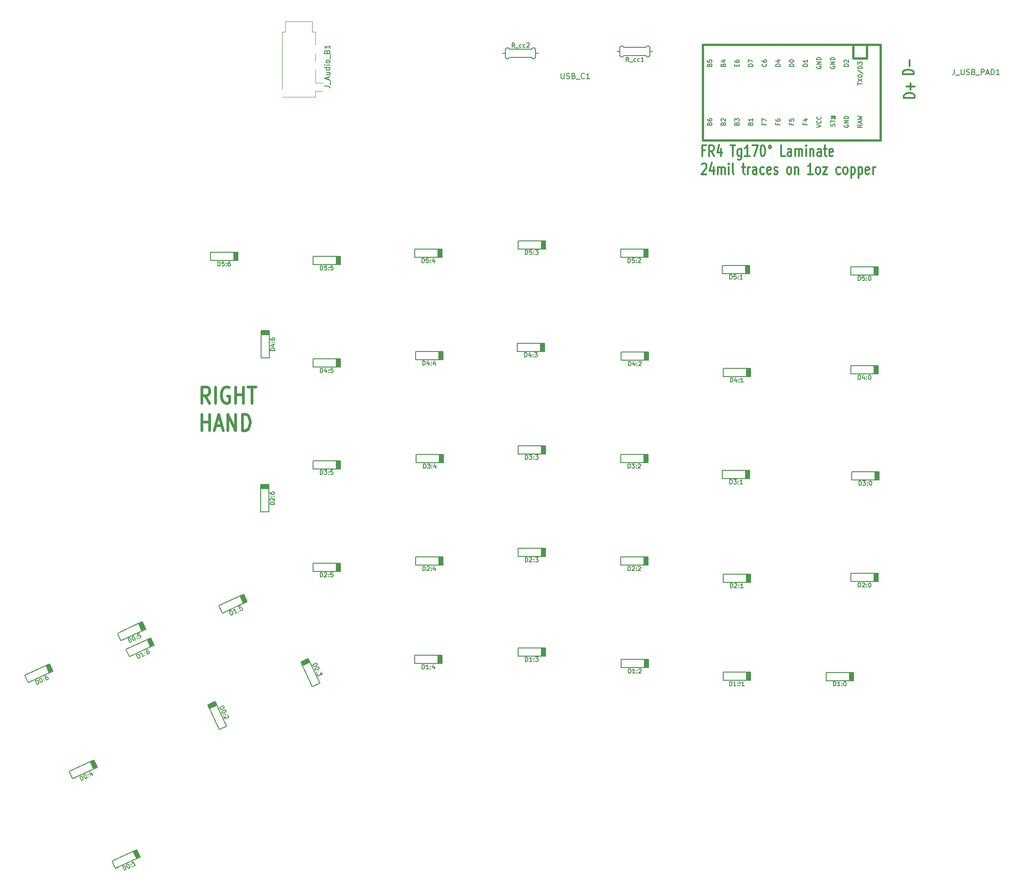
<source format=gto>
G04 #@! TF.GenerationSoftware,KiCad,Pcbnew,(5.0.2)-1*
G04 #@! TF.CreationDate,2019-03-28T21:35:29+05:30*
G04 #@! TF.ProjectId,ErgodoxBle,4572676f-646f-4784-926c-652e6b696361,rev?*
G04 #@! TF.SameCoordinates,Original*
G04 #@! TF.FileFunction,Legend,Top*
G04 #@! TF.FilePolarity,Positive*
%FSLAX46Y46*%
G04 Gerber Fmt 4.6, Leading zero omitted, Abs format (unit mm)*
G04 Created by KiCad (PCBNEW (5.0.2)-1) date 3/28/2019 9:35:29 PM*
%MOMM*%
%LPD*%
G01*
G04 APERTURE LIST*
%ADD10C,0.304800*%
%ADD11C,0.508000*%
%ADD12C,0.381000*%
%ADD13C,0.150000*%
%ADD14C,0.120000*%
G04 APERTURE END LIST*
D10*
X200705478Y-42990951D02*
X198673478Y-42990951D01*
X198673478Y-42628094D01*
X198770240Y-42410380D01*
X198963763Y-42265237D01*
X199157287Y-42192665D01*
X199544335Y-42120094D01*
X199834620Y-42120094D01*
X200221668Y-42192665D01*
X200415192Y-42265237D01*
X200608716Y-42410380D01*
X200705478Y-42628094D01*
X200705478Y-42990951D01*
X199931382Y-41466951D02*
X199931382Y-40305808D01*
X200705478Y-40886380D02*
X199157287Y-40886380D01*
X200487038Y-38634851D02*
X198455038Y-38634851D01*
X198455038Y-38271994D01*
X198551800Y-38054280D01*
X198745323Y-37909137D01*
X198938847Y-37836565D01*
X199325895Y-37763994D01*
X199616180Y-37763994D01*
X200003228Y-37836565D01*
X200196752Y-37909137D01*
X200390276Y-38054280D01*
X200487038Y-38271994D01*
X200487038Y-38634851D01*
X199712942Y-37110851D02*
X199712942Y-35949708D01*
D11*
X69696390Y-99803857D02*
X68849723Y-98352428D01*
X68244961Y-99803857D02*
X68244961Y-96755857D01*
X69212580Y-96755857D01*
X69454485Y-96901000D01*
X69575438Y-97046142D01*
X69696390Y-97336428D01*
X69696390Y-97771857D01*
X69575438Y-98062142D01*
X69454485Y-98207285D01*
X69212580Y-98352428D01*
X68244961Y-98352428D01*
X70784961Y-99803857D02*
X70784961Y-96755857D01*
X73324961Y-96901000D02*
X73083057Y-96755857D01*
X72720200Y-96755857D01*
X72357342Y-96901000D01*
X72115438Y-97191285D01*
X71994485Y-97481571D01*
X71873533Y-98062142D01*
X71873533Y-98497571D01*
X71994485Y-99078142D01*
X72115438Y-99368428D01*
X72357342Y-99658714D01*
X72720200Y-99803857D01*
X72962104Y-99803857D01*
X73324961Y-99658714D01*
X73445914Y-99513571D01*
X73445914Y-98497571D01*
X72962104Y-98497571D01*
X74534485Y-99803857D02*
X74534485Y-96755857D01*
X74534485Y-98207285D02*
X75985914Y-98207285D01*
X75985914Y-99803857D02*
X75985914Y-96755857D01*
X76832580Y-96755857D02*
X78284009Y-96755857D01*
X77558295Y-99803857D02*
X77558295Y-96755857D01*
X68244961Y-104883857D02*
X68244961Y-101835857D01*
X68244961Y-103287285D02*
X69696390Y-103287285D01*
X69696390Y-104883857D02*
X69696390Y-101835857D01*
X70784961Y-104013000D02*
X71994485Y-104013000D01*
X70543057Y-104883857D02*
X71389723Y-101835857D01*
X72236390Y-104883857D01*
X73083057Y-104883857D02*
X73083057Y-101835857D01*
X74534485Y-104883857D01*
X74534485Y-101835857D01*
X75744009Y-104883857D02*
X75744009Y-101835857D01*
X76348771Y-101835857D01*
X76711628Y-101981000D01*
X76953533Y-102271285D01*
X77074485Y-102561571D01*
X77195438Y-103142142D01*
X77195438Y-103577571D01*
X77074485Y-104158142D01*
X76953533Y-104448428D01*
X76711628Y-104738714D01*
X76348771Y-104883857D01*
X75744009Y-104883857D01*
D10*
X161723977Y-52788457D02*
X161215977Y-52788457D01*
X161215977Y-53852838D02*
X161215977Y-51820838D01*
X161941691Y-51820838D01*
X163393120Y-53852838D02*
X162885120Y-52885219D01*
X162522262Y-53852838D02*
X162522262Y-51820838D01*
X163102834Y-51820838D01*
X163247977Y-51917600D01*
X163320548Y-52014361D01*
X163393120Y-52207885D01*
X163393120Y-52498171D01*
X163320548Y-52691695D01*
X163247977Y-52788457D01*
X163102834Y-52885219D01*
X162522262Y-52885219D01*
X164699405Y-52498171D02*
X164699405Y-53852838D01*
X164336548Y-51724076D02*
X163973691Y-53175504D01*
X164917120Y-53175504D01*
X166441120Y-51820838D02*
X167311977Y-51820838D01*
X166876548Y-53852838D02*
X166876548Y-51820838D01*
X168473120Y-52498171D02*
X168473120Y-54143123D01*
X168400548Y-54336647D01*
X168327977Y-54433409D01*
X168182834Y-54530171D01*
X167965120Y-54530171D01*
X167819977Y-54433409D01*
X168473120Y-53756076D02*
X168327977Y-53852838D01*
X168037691Y-53852838D01*
X167892548Y-53756076D01*
X167819977Y-53659314D01*
X167747405Y-53465790D01*
X167747405Y-52885219D01*
X167819977Y-52691695D01*
X167892548Y-52594933D01*
X168037691Y-52498171D01*
X168327977Y-52498171D01*
X168473120Y-52594933D01*
X169997120Y-53852838D02*
X169126262Y-53852838D01*
X169561691Y-53852838D02*
X169561691Y-51820838D01*
X169416548Y-52111123D01*
X169271405Y-52304647D01*
X169126262Y-52401409D01*
X170505120Y-51820838D02*
X171521120Y-51820838D01*
X170867977Y-53852838D01*
X172391977Y-51820838D02*
X172537120Y-51820838D01*
X172682262Y-51917600D01*
X172754834Y-52014361D01*
X172827405Y-52207885D01*
X172899977Y-52594933D01*
X172899977Y-53078742D01*
X172827405Y-53465790D01*
X172754834Y-53659314D01*
X172682262Y-53756076D01*
X172537120Y-53852838D01*
X172391977Y-53852838D01*
X172246834Y-53756076D01*
X172174262Y-53659314D01*
X172101691Y-53465790D01*
X172029120Y-53078742D01*
X172029120Y-52594933D01*
X172101691Y-52207885D01*
X172174262Y-52014361D01*
X172246834Y-51917600D01*
X172391977Y-51820838D01*
X173770834Y-51820838D02*
X173625691Y-51917600D01*
X173553120Y-52111123D01*
X173625691Y-52304647D01*
X173770834Y-52401409D01*
X173915977Y-52304647D01*
X173988548Y-52111123D01*
X173915977Y-51917600D01*
X173770834Y-51820838D01*
X176601120Y-53852838D02*
X175875405Y-53852838D01*
X175875405Y-51820838D01*
X177762262Y-53852838D02*
X177762262Y-52788457D01*
X177689691Y-52594933D01*
X177544548Y-52498171D01*
X177254262Y-52498171D01*
X177109120Y-52594933D01*
X177762262Y-53756076D02*
X177617120Y-53852838D01*
X177254262Y-53852838D01*
X177109120Y-53756076D01*
X177036548Y-53562552D01*
X177036548Y-53369028D01*
X177109120Y-53175504D01*
X177254262Y-53078742D01*
X177617120Y-53078742D01*
X177762262Y-52981980D01*
X178487977Y-53852838D02*
X178487977Y-52498171D01*
X178487977Y-52691695D02*
X178560548Y-52594933D01*
X178705691Y-52498171D01*
X178923405Y-52498171D01*
X179068548Y-52594933D01*
X179141120Y-52788457D01*
X179141120Y-53852838D01*
X179141120Y-52788457D02*
X179213691Y-52594933D01*
X179358834Y-52498171D01*
X179576548Y-52498171D01*
X179721691Y-52594933D01*
X179794262Y-52788457D01*
X179794262Y-53852838D01*
X180519977Y-53852838D02*
X180519977Y-52498171D01*
X180519977Y-51820838D02*
X180447405Y-51917600D01*
X180519977Y-52014361D01*
X180592548Y-51917600D01*
X180519977Y-51820838D01*
X180519977Y-52014361D01*
X181245691Y-52498171D02*
X181245691Y-53852838D01*
X181245691Y-52691695D02*
X181318262Y-52594933D01*
X181463405Y-52498171D01*
X181681120Y-52498171D01*
X181826262Y-52594933D01*
X181898834Y-52788457D01*
X181898834Y-53852838D01*
X183277691Y-53852838D02*
X183277691Y-52788457D01*
X183205120Y-52594933D01*
X183059977Y-52498171D01*
X182769691Y-52498171D01*
X182624548Y-52594933D01*
X183277691Y-53756076D02*
X183132548Y-53852838D01*
X182769691Y-53852838D01*
X182624548Y-53756076D01*
X182551977Y-53562552D01*
X182551977Y-53369028D01*
X182624548Y-53175504D01*
X182769691Y-53078742D01*
X183132548Y-53078742D01*
X183277691Y-52981980D01*
X183785691Y-52498171D02*
X184366262Y-52498171D01*
X184003405Y-51820838D02*
X184003405Y-53562552D01*
X184075977Y-53756076D01*
X184221120Y-53852838D01*
X184366262Y-53852838D01*
X185454834Y-53756076D02*
X185309691Y-53852838D01*
X185019405Y-53852838D01*
X184874262Y-53756076D01*
X184801691Y-53562552D01*
X184801691Y-52788457D01*
X184874262Y-52594933D01*
X185019405Y-52498171D01*
X185309691Y-52498171D01*
X185454834Y-52594933D01*
X185527405Y-52788457D01*
X185527405Y-52981980D01*
X184801691Y-53175504D01*
X161143405Y-55367161D02*
X161215977Y-55270400D01*
X161361120Y-55173638D01*
X161723977Y-55173638D01*
X161869120Y-55270400D01*
X161941691Y-55367161D01*
X162014262Y-55560685D01*
X162014262Y-55754209D01*
X161941691Y-56044495D01*
X161070834Y-57205638D01*
X162014262Y-57205638D01*
X163320548Y-55850971D02*
X163320548Y-57205638D01*
X162957691Y-55076876D02*
X162594834Y-56528304D01*
X163538262Y-56528304D01*
X164118834Y-57205638D02*
X164118834Y-55850971D01*
X164118834Y-56044495D02*
X164191405Y-55947733D01*
X164336548Y-55850971D01*
X164554262Y-55850971D01*
X164699405Y-55947733D01*
X164771977Y-56141257D01*
X164771977Y-57205638D01*
X164771977Y-56141257D02*
X164844548Y-55947733D01*
X164989691Y-55850971D01*
X165207405Y-55850971D01*
X165352548Y-55947733D01*
X165425120Y-56141257D01*
X165425120Y-57205638D01*
X166150834Y-57205638D02*
X166150834Y-55850971D01*
X166150834Y-55173638D02*
X166078262Y-55270400D01*
X166150834Y-55367161D01*
X166223405Y-55270400D01*
X166150834Y-55173638D01*
X166150834Y-55367161D01*
X167094262Y-57205638D02*
X166949120Y-57108876D01*
X166876548Y-56915352D01*
X166876548Y-55173638D01*
X168618262Y-55850971D02*
X169198834Y-55850971D01*
X168835977Y-55173638D02*
X168835977Y-56915352D01*
X168908548Y-57108876D01*
X169053691Y-57205638D01*
X169198834Y-57205638D01*
X169706834Y-57205638D02*
X169706834Y-55850971D01*
X169706834Y-56238019D02*
X169779405Y-56044495D01*
X169851977Y-55947733D01*
X169997120Y-55850971D01*
X170142262Y-55850971D01*
X171303405Y-57205638D02*
X171303405Y-56141257D01*
X171230834Y-55947733D01*
X171085691Y-55850971D01*
X170795405Y-55850971D01*
X170650262Y-55947733D01*
X171303405Y-57108876D02*
X171158262Y-57205638D01*
X170795405Y-57205638D01*
X170650262Y-57108876D01*
X170577691Y-56915352D01*
X170577691Y-56721828D01*
X170650262Y-56528304D01*
X170795405Y-56431542D01*
X171158262Y-56431542D01*
X171303405Y-56334780D01*
X172682262Y-57108876D02*
X172537120Y-57205638D01*
X172246834Y-57205638D01*
X172101691Y-57108876D01*
X172029120Y-57012114D01*
X171956548Y-56818590D01*
X171956548Y-56238019D01*
X172029120Y-56044495D01*
X172101691Y-55947733D01*
X172246834Y-55850971D01*
X172537120Y-55850971D01*
X172682262Y-55947733D01*
X173915977Y-57108876D02*
X173770834Y-57205638D01*
X173480548Y-57205638D01*
X173335405Y-57108876D01*
X173262834Y-56915352D01*
X173262834Y-56141257D01*
X173335405Y-55947733D01*
X173480548Y-55850971D01*
X173770834Y-55850971D01*
X173915977Y-55947733D01*
X173988548Y-56141257D01*
X173988548Y-56334780D01*
X173262834Y-56528304D01*
X174569120Y-57108876D02*
X174714262Y-57205638D01*
X175004548Y-57205638D01*
X175149691Y-57108876D01*
X175222262Y-56915352D01*
X175222262Y-56818590D01*
X175149691Y-56625066D01*
X175004548Y-56528304D01*
X174786834Y-56528304D01*
X174641691Y-56431542D01*
X174569120Y-56238019D01*
X174569120Y-56141257D01*
X174641691Y-55947733D01*
X174786834Y-55850971D01*
X175004548Y-55850971D01*
X175149691Y-55947733D01*
X177254262Y-57205638D02*
X177109120Y-57108876D01*
X177036548Y-57012114D01*
X176963977Y-56818590D01*
X176963977Y-56238019D01*
X177036548Y-56044495D01*
X177109120Y-55947733D01*
X177254262Y-55850971D01*
X177471977Y-55850971D01*
X177617120Y-55947733D01*
X177689691Y-56044495D01*
X177762262Y-56238019D01*
X177762262Y-56818590D01*
X177689691Y-57012114D01*
X177617120Y-57108876D01*
X177471977Y-57205638D01*
X177254262Y-57205638D01*
X178415405Y-55850971D02*
X178415405Y-57205638D01*
X178415405Y-56044495D02*
X178487977Y-55947733D01*
X178633120Y-55850971D01*
X178850834Y-55850971D01*
X178995977Y-55947733D01*
X179068548Y-56141257D01*
X179068548Y-57205638D01*
X181753691Y-57205638D02*
X180882834Y-57205638D01*
X181318262Y-57205638D02*
X181318262Y-55173638D01*
X181173120Y-55463923D01*
X181027977Y-55657447D01*
X180882834Y-55754209D01*
X182624548Y-57205638D02*
X182479405Y-57108876D01*
X182406834Y-57012114D01*
X182334262Y-56818590D01*
X182334262Y-56238019D01*
X182406834Y-56044495D01*
X182479405Y-55947733D01*
X182624548Y-55850971D01*
X182842262Y-55850971D01*
X182987405Y-55947733D01*
X183059977Y-56044495D01*
X183132548Y-56238019D01*
X183132548Y-56818590D01*
X183059977Y-57012114D01*
X182987405Y-57108876D01*
X182842262Y-57205638D01*
X182624548Y-57205638D01*
X183640548Y-55850971D02*
X184438834Y-55850971D01*
X183640548Y-57205638D01*
X184438834Y-57205638D01*
X186833691Y-57108876D02*
X186688548Y-57205638D01*
X186398262Y-57205638D01*
X186253120Y-57108876D01*
X186180548Y-57012114D01*
X186107977Y-56818590D01*
X186107977Y-56238019D01*
X186180548Y-56044495D01*
X186253120Y-55947733D01*
X186398262Y-55850971D01*
X186688548Y-55850971D01*
X186833691Y-55947733D01*
X187704548Y-57205638D02*
X187559405Y-57108876D01*
X187486834Y-57012114D01*
X187414262Y-56818590D01*
X187414262Y-56238019D01*
X187486834Y-56044495D01*
X187559405Y-55947733D01*
X187704548Y-55850971D01*
X187922262Y-55850971D01*
X188067405Y-55947733D01*
X188139977Y-56044495D01*
X188212548Y-56238019D01*
X188212548Y-56818590D01*
X188139977Y-57012114D01*
X188067405Y-57108876D01*
X187922262Y-57205638D01*
X187704548Y-57205638D01*
X188865691Y-55850971D02*
X188865691Y-57882971D01*
X188865691Y-55947733D02*
X189010834Y-55850971D01*
X189301120Y-55850971D01*
X189446262Y-55947733D01*
X189518834Y-56044495D01*
X189591405Y-56238019D01*
X189591405Y-56818590D01*
X189518834Y-57012114D01*
X189446262Y-57108876D01*
X189301120Y-57205638D01*
X189010834Y-57205638D01*
X188865691Y-57108876D01*
X190244548Y-55850971D02*
X190244548Y-57882971D01*
X190244548Y-55947733D02*
X190389691Y-55850971D01*
X190679977Y-55850971D01*
X190825120Y-55947733D01*
X190897691Y-56044495D01*
X190970262Y-56238019D01*
X190970262Y-56818590D01*
X190897691Y-57012114D01*
X190825120Y-57108876D01*
X190679977Y-57205638D01*
X190389691Y-57205638D01*
X190244548Y-57108876D01*
X192203977Y-57108876D02*
X192058834Y-57205638D01*
X191768548Y-57205638D01*
X191623405Y-57108876D01*
X191550834Y-56915352D01*
X191550834Y-56141257D01*
X191623405Y-55947733D01*
X191768548Y-55850971D01*
X192058834Y-55850971D01*
X192203977Y-55947733D01*
X192276548Y-56141257D01*
X192276548Y-56334780D01*
X191550834Y-56528304D01*
X192929691Y-57205638D02*
X192929691Y-55850971D01*
X192929691Y-56238019D02*
X193002262Y-56044495D01*
X193074834Y-55947733D01*
X193219977Y-55850971D01*
X193365120Y-55850971D01*
D12*
G04 #@! TO.C,proMicro1*
X191820800Y-33121600D02*
X161340800Y-33121600D01*
X161340800Y-33121600D02*
X161340800Y-50901600D01*
X161340800Y-50901600D02*
X191820800Y-50901600D01*
X191820800Y-35661600D02*
X189280800Y-35661600D01*
X189280800Y-35661600D02*
X189280800Y-33121600D01*
D13*
G36*
X185941440Y-46943168D02*
X185641440Y-46943168D01*
X185641440Y-46843168D01*
X185941440Y-46843168D01*
X185941440Y-46943168D01*
G37*
X185941440Y-46943168D02*
X185641440Y-46943168D01*
X185641440Y-46843168D01*
X185941440Y-46843168D01*
X185941440Y-46943168D01*
G36*
X185541440Y-46743168D02*
X185441440Y-46743168D01*
X185441440Y-46643168D01*
X185541440Y-46643168D01*
X185541440Y-46743168D01*
G37*
X185541440Y-46743168D02*
X185441440Y-46743168D01*
X185441440Y-46643168D01*
X185541440Y-46643168D01*
X185541440Y-46743168D01*
G36*
X185941440Y-46943168D02*
X185841440Y-46943168D01*
X185841440Y-46443168D01*
X185941440Y-46443168D01*
X185941440Y-46943168D01*
G37*
X185941440Y-46943168D02*
X185841440Y-46943168D01*
X185841440Y-46443168D01*
X185941440Y-46443168D01*
X185941440Y-46943168D01*
G36*
X185941440Y-46543168D02*
X185141440Y-46543168D01*
X185141440Y-46443168D01*
X185941440Y-46443168D01*
X185941440Y-46543168D01*
G37*
X185941440Y-46543168D02*
X185141440Y-46543168D01*
X185141440Y-46443168D01*
X185941440Y-46443168D01*
X185941440Y-46543168D01*
G36*
X185341440Y-46943168D02*
X185141440Y-46943168D01*
X185141440Y-46843168D01*
X185341440Y-46843168D01*
X185341440Y-46943168D01*
G37*
X185341440Y-46943168D02*
X185141440Y-46943168D01*
X185141440Y-46843168D01*
X185341440Y-46843168D01*
X185341440Y-46943168D01*
D12*
X191820800Y-50901600D02*
X194360800Y-50901600D01*
X194360800Y-50901600D02*
X194360800Y-33121600D01*
X194360800Y-33121600D02*
X191820800Y-33121600D01*
X191820800Y-35661600D02*
X191820800Y-33121600D01*
D13*
G04 #@! TO.C,D0:1*
X52190593Y-186312837D02*
X56794637Y-184165936D01*
X56794637Y-184165936D02*
X56150567Y-182784723D01*
X56150567Y-182784723D02*
X51546523Y-184931624D01*
X51546523Y-184931624D02*
X52190593Y-186312837D01*
X52190593Y-186312837D02*
X52650998Y-186098147D01*
X56449334Y-184326954D02*
X55805263Y-182945741D01*
X55920364Y-182892068D02*
X56564435Y-184273281D01*
X56679536Y-184219609D02*
X56035466Y-182838396D01*
X55690162Y-182999413D02*
X56334233Y-184380626D01*
X56219131Y-184434299D02*
X55575061Y-183053086D01*
X56104030Y-184487971D02*
X55459960Y-183106758D01*
G04 #@! TO.C,D0:2*
X71018645Y-155922381D02*
X69637432Y-156566451D01*
X70964973Y-155807280D02*
X69583760Y-156451350D01*
X69530087Y-156336249D02*
X70911300Y-155692178D01*
X70750283Y-155346875D02*
X69369070Y-155990945D01*
X69422742Y-156106047D02*
X70803955Y-155461976D01*
X70857628Y-155577077D02*
X69476415Y-156221148D01*
X72843511Y-159835818D02*
X72628821Y-159375413D01*
X71462298Y-160479888D02*
X72843511Y-159835818D01*
X69315397Y-155875844D02*
X71462298Y-160479888D01*
X70696610Y-155231774D02*
X69315397Y-155875844D01*
X72843511Y-159835818D02*
X70696610Y-155231774D01*
G04 #@! TO.C,D0:3*
X90156057Y-151839987D02*
X88009156Y-147235943D01*
X88009156Y-147235943D02*
X86627943Y-147880013D01*
X86627943Y-147880013D02*
X88774844Y-152484057D01*
X88774844Y-152484057D02*
X90156057Y-151839987D01*
X90156057Y-151839987D02*
X89941367Y-151379582D01*
X88170174Y-147581246D02*
X86788961Y-148225317D01*
X86735288Y-148110216D02*
X88116501Y-147466145D01*
X88062829Y-147351044D02*
X86681616Y-147995114D01*
X86842633Y-148340418D02*
X88223846Y-147696347D01*
X88277519Y-147811449D02*
X86896306Y-148455519D01*
X88331191Y-147926550D02*
X86949978Y-148570620D01*
G04 #@! TO.C,D0:4*
X48141219Y-167792645D02*
X47497149Y-166411432D01*
X48256320Y-167738973D02*
X47612250Y-166357760D01*
X47727351Y-166304087D02*
X48371422Y-167685300D01*
X48716725Y-167524283D02*
X48072655Y-166143070D01*
X47957553Y-166196742D02*
X48601624Y-167577955D01*
X48486523Y-167631628D02*
X47842452Y-166250415D01*
X44227782Y-169617511D02*
X44688187Y-169402821D01*
X43583712Y-168236298D02*
X44227782Y-169617511D01*
X48187756Y-166089397D02*
X43583712Y-168236298D01*
X48831826Y-167470610D02*
X48187756Y-166089397D01*
X44227782Y-169617511D02*
X48831826Y-167470610D01*
G04 #@! TO.C,D0:5*
X53193982Y-143938111D02*
X57798026Y-141791210D01*
X57798026Y-141791210D02*
X57153956Y-140409997D01*
X57153956Y-140409997D02*
X52549912Y-142556898D01*
X52549912Y-142556898D02*
X53193982Y-143938111D01*
X53193982Y-143938111D02*
X53654387Y-143723421D01*
X57452723Y-141952228D02*
X56808652Y-140571015D01*
X56923753Y-140517342D02*
X57567824Y-141898555D01*
X57682925Y-141844883D02*
X57038855Y-140463670D01*
X56693551Y-140624687D02*
X57337622Y-142005900D01*
X57222520Y-142059573D02*
X56578450Y-140678360D01*
X57107419Y-142113245D02*
X56463349Y-140732032D01*
G04 #@! TO.C,D0:6*
X39906450Y-149926191D02*
X39262380Y-148544978D01*
X40021551Y-149872519D02*
X39377481Y-148491306D01*
X39492582Y-148437633D02*
X40136653Y-149818846D01*
X40481956Y-149657829D02*
X39837886Y-148276616D01*
X39722784Y-148330288D02*
X40366855Y-149711501D01*
X40251754Y-149765174D02*
X39607683Y-148383961D01*
X35993013Y-151751057D02*
X36453418Y-151536367D01*
X35348943Y-150369844D02*
X35993013Y-151751057D01*
X39952987Y-148222943D02*
X35348943Y-150369844D01*
X40597057Y-149604156D02*
X39952987Y-148222943D01*
X35993013Y-151751057D02*
X40597057Y-149604156D01*
G04 #@! TO.C,D1:0*
X188561980Y-151350980D02*
X188561980Y-149826980D01*
X188688980Y-151350980D02*
X188688980Y-149826980D01*
X188815980Y-149826980D02*
X188815980Y-151350980D01*
X189196980Y-151350980D02*
X189196980Y-149826980D01*
X189069980Y-149826980D02*
X189069980Y-151350980D01*
X188942980Y-151350980D02*
X188942980Y-149826980D01*
X184243980Y-151350980D02*
X184751980Y-151350980D01*
X184243980Y-149826980D02*
X184243980Y-151350980D01*
X189323980Y-149826980D02*
X184243980Y-149826980D01*
X189323980Y-151350980D02*
X189323980Y-149826980D01*
X184243980Y-151350980D02*
X189323980Y-151350980D01*
G04 #@! TO.C,D1:2*
X150495000Y-148971000D02*
X150495000Y-147447000D01*
X150622000Y-148971000D02*
X150622000Y-147447000D01*
X150749000Y-147447000D02*
X150749000Y-148971000D01*
X151130000Y-148971000D02*
X151130000Y-147447000D01*
X151003000Y-147447000D02*
X151003000Y-148971000D01*
X150876000Y-148971000D02*
X150876000Y-147447000D01*
X146177000Y-148971000D02*
X146685000Y-148971000D01*
X146177000Y-147447000D02*
X146177000Y-148971000D01*
X151257000Y-147447000D02*
X146177000Y-147447000D01*
X151257000Y-148971000D02*
X151257000Y-147447000D01*
X146177000Y-148971000D02*
X151257000Y-148971000D01*
G04 #@! TO.C,D1:3*
X127000000Y-146812000D02*
X132080000Y-146812000D01*
X132080000Y-146812000D02*
X132080000Y-145288000D01*
X132080000Y-145288000D02*
X127000000Y-145288000D01*
X127000000Y-145288000D02*
X127000000Y-146812000D01*
X127000000Y-146812000D02*
X127508000Y-146812000D01*
X131699000Y-146812000D02*
X131699000Y-145288000D01*
X131826000Y-145288000D02*
X131826000Y-146812000D01*
X131953000Y-146812000D02*
X131953000Y-145288000D01*
X131572000Y-145288000D02*
X131572000Y-146812000D01*
X131445000Y-146812000D02*
X131445000Y-145288000D01*
X131318000Y-146812000D02*
X131318000Y-145288000D01*
G04 #@! TO.C,D1:4*
X112141000Y-148209000D02*
X112141000Y-146685000D01*
X112268000Y-148209000D02*
X112268000Y-146685000D01*
X112395000Y-146685000D02*
X112395000Y-148209000D01*
X112776000Y-148209000D02*
X112776000Y-146685000D01*
X112649000Y-146685000D02*
X112649000Y-148209000D01*
X112522000Y-148209000D02*
X112522000Y-146685000D01*
X107823000Y-148209000D02*
X108331000Y-148209000D01*
X107823000Y-146685000D02*
X107823000Y-148209000D01*
X112903000Y-146685000D02*
X107823000Y-146685000D01*
X112903000Y-148209000D02*
X112903000Y-146685000D01*
X107823000Y-148209000D02*
X112903000Y-148209000D01*
G04 #@! TO.C,D1:5*
X75974450Y-137015525D02*
X75330380Y-135634312D01*
X76089551Y-136961853D02*
X75445481Y-135580640D01*
X75560582Y-135526967D02*
X76204653Y-136908180D01*
X76549956Y-136747163D02*
X75905886Y-135365950D01*
X75790784Y-135419622D02*
X76434855Y-136800835D01*
X76319754Y-136854508D02*
X75675683Y-135473295D01*
X72061013Y-138840391D02*
X72521418Y-138625701D01*
X71416943Y-137459178D02*
X72061013Y-138840391D01*
X76020987Y-135312277D02*
X71416943Y-137459178D01*
X76665057Y-136693490D02*
X76020987Y-135312277D01*
X72061013Y-138840391D02*
X76665057Y-136693490D01*
G04 #@! TO.C,D1:6*
X54789013Y-146925057D02*
X59393057Y-144778156D01*
X59393057Y-144778156D02*
X58748987Y-143396943D01*
X58748987Y-143396943D02*
X54144943Y-145543844D01*
X54144943Y-145543844D02*
X54789013Y-146925057D01*
X54789013Y-146925057D02*
X55249418Y-146710367D01*
X59047754Y-144939174D02*
X58403682Y-143557961D01*
X58518784Y-143504288D02*
X59162855Y-144885501D01*
X59277956Y-144831829D02*
X58633886Y-143450617D01*
X58288582Y-143611633D02*
X58932653Y-144992846D01*
X58817551Y-145046519D02*
X58173481Y-143665306D01*
X58702450Y-145100191D02*
X58058380Y-143718978D01*
G04 #@! TO.C,D1:!1*
X169418000Y-151325580D02*
X169418000Y-149801580D01*
X169545000Y-151325580D02*
X169545000Y-149801580D01*
X169672000Y-149801580D02*
X169672000Y-151325580D01*
X170053000Y-151325580D02*
X170053000Y-149801580D01*
X169926000Y-149801580D02*
X169926000Y-151325580D01*
X169799000Y-151325580D02*
X169799000Y-149801580D01*
X165100000Y-151325580D02*
X165608000Y-151325580D01*
X165100000Y-149801580D02*
X165100000Y-151325580D01*
X170180000Y-149801580D02*
X165100000Y-149801580D01*
X170180000Y-151325580D02*
X170180000Y-149801580D01*
X165100000Y-151325580D02*
X170180000Y-151325580D01*
G04 #@! TO.C,D2:0*
X188849000Y-132969000D02*
X193929000Y-132969000D01*
X193929000Y-132969000D02*
X193929000Y-131445000D01*
X193929000Y-131445000D02*
X188849000Y-131445000D01*
X188849000Y-131445000D02*
X188849000Y-132969000D01*
X188849000Y-132969000D02*
X189357000Y-132969000D01*
X193548000Y-132969000D02*
X193548000Y-131445000D01*
X193675000Y-131445000D02*
X193675000Y-132969000D01*
X193802000Y-132969000D02*
X193802000Y-131445000D01*
X193421000Y-131445000D02*
X193421000Y-132969000D01*
X193294000Y-132969000D02*
X193294000Y-131445000D01*
X193167000Y-132969000D02*
X193167000Y-131445000D01*
G04 #@! TO.C,D2:1*
X165100000Y-133096000D02*
X170180000Y-133096000D01*
X170180000Y-133096000D02*
X170180000Y-131572000D01*
X170180000Y-131572000D02*
X165100000Y-131572000D01*
X165100000Y-131572000D02*
X165100000Y-133096000D01*
X165100000Y-133096000D02*
X165608000Y-133096000D01*
X169799000Y-133096000D02*
X169799000Y-131572000D01*
X169926000Y-131572000D02*
X169926000Y-133096000D01*
X170053000Y-133096000D02*
X170053000Y-131572000D01*
X169672000Y-131572000D02*
X169672000Y-133096000D01*
X169545000Y-133096000D02*
X169545000Y-131572000D01*
X169418000Y-133096000D02*
X169418000Y-131572000D01*
G04 #@! TO.C,D2:2*
X150368000Y-129921000D02*
X150368000Y-128397000D01*
X150495000Y-129921000D02*
X150495000Y-128397000D01*
X150622000Y-128397000D02*
X150622000Y-129921000D01*
X151003000Y-129921000D02*
X151003000Y-128397000D01*
X150876000Y-128397000D02*
X150876000Y-129921000D01*
X150749000Y-129921000D02*
X150749000Y-128397000D01*
X146050000Y-129921000D02*
X146558000Y-129921000D01*
X146050000Y-128397000D02*
X146050000Y-129921000D01*
X151130000Y-128397000D02*
X146050000Y-128397000D01*
X151130000Y-129921000D02*
X151130000Y-128397000D01*
X146050000Y-129921000D02*
X151130000Y-129921000D01*
G04 #@! TO.C,D2:3*
X127000000Y-128270000D02*
X132080000Y-128270000D01*
X132080000Y-128270000D02*
X132080000Y-126746000D01*
X132080000Y-126746000D02*
X127000000Y-126746000D01*
X127000000Y-126746000D02*
X127000000Y-128270000D01*
X127000000Y-128270000D02*
X127508000Y-128270000D01*
X131699000Y-128270000D02*
X131699000Y-126746000D01*
X131826000Y-126746000D02*
X131826000Y-128270000D01*
X131953000Y-128270000D02*
X131953000Y-126746000D01*
X131572000Y-126746000D02*
X131572000Y-128270000D01*
X131445000Y-128270000D02*
X131445000Y-126746000D01*
X131318000Y-128270000D02*
X131318000Y-126746000D01*
G04 #@! TO.C,D2:4*
X112268000Y-129921000D02*
X112268000Y-128397000D01*
X112395000Y-129921000D02*
X112395000Y-128397000D01*
X112522000Y-128397000D02*
X112522000Y-129921000D01*
X112903000Y-129921000D02*
X112903000Y-128397000D01*
X112776000Y-128397000D02*
X112776000Y-129921000D01*
X112649000Y-129921000D02*
X112649000Y-128397000D01*
X107950000Y-129921000D02*
X108458000Y-129921000D01*
X107950000Y-128397000D02*
X107950000Y-129921000D01*
X113030000Y-128397000D02*
X107950000Y-128397000D01*
X113030000Y-129921000D02*
X113030000Y-128397000D01*
X107950000Y-129921000D02*
X113030000Y-129921000D01*
G04 #@! TO.C,D2:5*
X88900000Y-131064000D02*
X93980000Y-131064000D01*
X93980000Y-131064000D02*
X93980000Y-129540000D01*
X93980000Y-129540000D02*
X88900000Y-129540000D01*
X88900000Y-129540000D02*
X88900000Y-131064000D01*
X88900000Y-131064000D02*
X89408000Y-131064000D01*
X93599000Y-131064000D02*
X93599000Y-129540000D01*
X93726000Y-129540000D02*
X93726000Y-131064000D01*
X93853000Y-131064000D02*
X93853000Y-129540000D01*
X93472000Y-129540000D02*
X93472000Y-131064000D01*
X93345000Y-131064000D02*
X93345000Y-129540000D01*
X93218000Y-131064000D02*
X93218000Y-129540000D01*
G04 #@! TO.C,D2:6*
X80721200Y-115671600D02*
X79197200Y-115671600D01*
X80721200Y-115544600D02*
X79197200Y-115544600D01*
X79197200Y-115417600D02*
X80721200Y-115417600D01*
X80721200Y-115036600D02*
X79197200Y-115036600D01*
X79197200Y-115163600D02*
X80721200Y-115163600D01*
X80721200Y-115290600D02*
X79197200Y-115290600D01*
X80721200Y-119989600D02*
X80721200Y-119481600D01*
X79197200Y-119989600D02*
X80721200Y-119989600D01*
X79197200Y-114909600D02*
X79197200Y-119989600D01*
X80721200Y-114909600D02*
X79197200Y-114909600D01*
X80721200Y-119989600D02*
X80721200Y-114909600D01*
G04 #@! TO.C,D3:0*
X193294000Y-114046000D02*
X193294000Y-112522000D01*
X193421000Y-114046000D02*
X193421000Y-112522000D01*
X193548000Y-112522000D02*
X193548000Y-114046000D01*
X193929000Y-114046000D02*
X193929000Y-112522000D01*
X193802000Y-112522000D02*
X193802000Y-114046000D01*
X193675000Y-114046000D02*
X193675000Y-112522000D01*
X188976000Y-114046000D02*
X189484000Y-114046000D01*
X188976000Y-112522000D02*
X188976000Y-114046000D01*
X194056000Y-112522000D02*
X188976000Y-112522000D01*
X194056000Y-114046000D02*
X194056000Y-112522000D01*
X188976000Y-114046000D02*
X194056000Y-114046000D01*
G04 #@! TO.C,D3:1*
X164973000Y-113792000D02*
X170053000Y-113792000D01*
X170053000Y-113792000D02*
X170053000Y-112268000D01*
X170053000Y-112268000D02*
X164973000Y-112268000D01*
X164973000Y-112268000D02*
X164973000Y-113792000D01*
X164973000Y-113792000D02*
X165481000Y-113792000D01*
X169672000Y-113792000D02*
X169672000Y-112268000D01*
X169799000Y-112268000D02*
X169799000Y-113792000D01*
X169926000Y-113792000D02*
X169926000Y-112268000D01*
X169545000Y-112268000D02*
X169545000Y-113792000D01*
X169418000Y-113792000D02*
X169418000Y-112268000D01*
X169291000Y-113792000D02*
X169291000Y-112268000D01*
G04 #@! TO.C,D3:2*
X150368000Y-110871000D02*
X150368000Y-109347000D01*
X150495000Y-110871000D02*
X150495000Y-109347000D01*
X150622000Y-109347000D02*
X150622000Y-110871000D01*
X151003000Y-110871000D02*
X151003000Y-109347000D01*
X150876000Y-109347000D02*
X150876000Y-110871000D01*
X150749000Y-110871000D02*
X150749000Y-109347000D01*
X146050000Y-110871000D02*
X146558000Y-110871000D01*
X146050000Y-109347000D02*
X146050000Y-110871000D01*
X151130000Y-109347000D02*
X146050000Y-109347000D01*
X151130000Y-110871000D02*
X151130000Y-109347000D01*
X146050000Y-110871000D02*
X151130000Y-110871000D01*
G04 #@! TO.C,D3:3*
X127000000Y-109220000D02*
X132080000Y-109220000D01*
X132080000Y-109220000D02*
X132080000Y-107696000D01*
X132080000Y-107696000D02*
X127000000Y-107696000D01*
X127000000Y-107696000D02*
X127000000Y-109220000D01*
X127000000Y-109220000D02*
X127508000Y-109220000D01*
X131699000Y-109220000D02*
X131699000Y-107696000D01*
X131826000Y-107696000D02*
X131826000Y-109220000D01*
X131953000Y-109220000D02*
X131953000Y-107696000D01*
X131572000Y-107696000D02*
X131572000Y-109220000D01*
X131445000Y-109220000D02*
X131445000Y-107696000D01*
X131318000Y-109220000D02*
X131318000Y-107696000D01*
G04 #@! TO.C,D3:4*
X112395000Y-110871000D02*
X112395000Y-109347000D01*
X112522000Y-110871000D02*
X112522000Y-109347000D01*
X112649000Y-109347000D02*
X112649000Y-110871000D01*
X113030000Y-110871000D02*
X113030000Y-109347000D01*
X112903000Y-109347000D02*
X112903000Y-110871000D01*
X112776000Y-110871000D02*
X112776000Y-109347000D01*
X108077000Y-110871000D02*
X108585000Y-110871000D01*
X108077000Y-109347000D02*
X108077000Y-110871000D01*
X113157000Y-109347000D02*
X108077000Y-109347000D01*
X113157000Y-110871000D02*
X113157000Y-109347000D01*
X108077000Y-110871000D02*
X113157000Y-110871000D01*
G04 #@! TO.C,D3:5*
X88900000Y-112014000D02*
X93980000Y-112014000D01*
X93980000Y-112014000D02*
X93980000Y-110490000D01*
X93980000Y-110490000D02*
X88900000Y-110490000D01*
X88900000Y-110490000D02*
X88900000Y-112014000D01*
X88900000Y-112014000D02*
X89408000Y-112014000D01*
X93599000Y-112014000D02*
X93599000Y-110490000D01*
X93726000Y-110490000D02*
X93726000Y-112014000D01*
X93853000Y-112014000D02*
X93853000Y-110490000D01*
X93472000Y-110490000D02*
X93472000Y-112014000D01*
X93345000Y-112014000D02*
X93345000Y-110490000D01*
X93218000Y-112014000D02*
X93218000Y-110490000D01*
G04 #@! TO.C,D4:0*
X193141600Y-94361000D02*
X193141600Y-92837000D01*
X193268600Y-94361000D02*
X193268600Y-92837000D01*
X193395600Y-92837000D02*
X193395600Y-94361000D01*
X193776600Y-94361000D02*
X193776600Y-92837000D01*
X193649600Y-92837000D02*
X193649600Y-94361000D01*
X193522600Y-94361000D02*
X193522600Y-92837000D01*
X188823600Y-94361000D02*
X189331600Y-94361000D01*
X188823600Y-92837000D02*
X188823600Y-94361000D01*
X193903600Y-92837000D02*
X188823600Y-92837000D01*
X193903600Y-94361000D02*
X193903600Y-92837000D01*
X188823600Y-94361000D02*
X193903600Y-94361000D01*
G04 #@! TO.C,D4:1*
X165100000Y-94869000D02*
X170180000Y-94869000D01*
X170180000Y-94869000D02*
X170180000Y-93345000D01*
X170180000Y-93345000D02*
X165100000Y-93345000D01*
X165100000Y-93345000D02*
X165100000Y-94869000D01*
X165100000Y-94869000D02*
X165608000Y-94869000D01*
X169799000Y-94869000D02*
X169799000Y-93345000D01*
X169926000Y-93345000D02*
X169926000Y-94869000D01*
X170053000Y-94869000D02*
X170053000Y-93345000D01*
X169672000Y-93345000D02*
X169672000Y-94869000D01*
X169545000Y-94869000D02*
X169545000Y-93345000D01*
X169418000Y-94869000D02*
X169418000Y-93345000D01*
G04 #@! TO.C,D4:2*
X150495000Y-91821000D02*
X150495000Y-90297000D01*
X150622000Y-91821000D02*
X150622000Y-90297000D01*
X150749000Y-90297000D02*
X150749000Y-91821000D01*
X151130000Y-91821000D02*
X151130000Y-90297000D01*
X151003000Y-90297000D02*
X151003000Y-91821000D01*
X150876000Y-91821000D02*
X150876000Y-90297000D01*
X146177000Y-91821000D02*
X146685000Y-91821000D01*
X146177000Y-90297000D02*
X146177000Y-91821000D01*
X151257000Y-90297000D02*
X146177000Y-90297000D01*
X151257000Y-91821000D02*
X151257000Y-90297000D01*
X146177000Y-91821000D02*
X151257000Y-91821000D01*
G04 #@! TO.C,D4:3*
X126873000Y-90170000D02*
X131953000Y-90170000D01*
X131953000Y-90170000D02*
X131953000Y-88646000D01*
X131953000Y-88646000D02*
X126873000Y-88646000D01*
X126873000Y-88646000D02*
X126873000Y-90170000D01*
X126873000Y-90170000D02*
X127381000Y-90170000D01*
X131572000Y-90170000D02*
X131572000Y-88646000D01*
X131699000Y-88646000D02*
X131699000Y-90170000D01*
X131826000Y-90170000D02*
X131826000Y-88646000D01*
X131445000Y-88646000D02*
X131445000Y-90170000D01*
X131318000Y-90170000D02*
X131318000Y-88646000D01*
X131191000Y-90170000D02*
X131191000Y-88646000D01*
G04 #@! TO.C,D4:4*
X112268000Y-91694000D02*
X112268000Y-90170000D01*
X112395000Y-91694000D02*
X112395000Y-90170000D01*
X112522000Y-90170000D02*
X112522000Y-91694000D01*
X112903000Y-91694000D02*
X112903000Y-90170000D01*
X112776000Y-90170000D02*
X112776000Y-91694000D01*
X112649000Y-91694000D02*
X112649000Y-90170000D01*
X107950000Y-91694000D02*
X108458000Y-91694000D01*
X107950000Y-90170000D02*
X107950000Y-91694000D01*
X113030000Y-90170000D02*
X107950000Y-90170000D01*
X113030000Y-91694000D02*
X113030000Y-90170000D01*
X107950000Y-91694000D02*
X113030000Y-91694000D01*
G04 #@! TO.C,D4:5*
X88900000Y-93091000D02*
X93980000Y-93091000D01*
X93980000Y-93091000D02*
X93980000Y-91567000D01*
X93980000Y-91567000D02*
X88900000Y-91567000D01*
X88900000Y-91567000D02*
X88900000Y-93091000D01*
X88900000Y-93091000D02*
X89408000Y-93091000D01*
X93599000Y-93091000D02*
X93599000Y-91567000D01*
X93726000Y-91567000D02*
X93726000Y-93091000D01*
X93853000Y-93091000D02*
X93853000Y-91567000D01*
X93472000Y-91567000D02*
X93472000Y-93091000D01*
X93345000Y-93091000D02*
X93345000Y-91567000D01*
X93218000Y-93091000D02*
X93218000Y-91567000D01*
G04 #@! TO.C,D4:6*
X80772000Y-87020400D02*
X79248000Y-87020400D01*
X80772000Y-86893400D02*
X79248000Y-86893400D01*
X79248000Y-86766400D02*
X80772000Y-86766400D01*
X80772000Y-86385400D02*
X79248000Y-86385400D01*
X79248000Y-86512400D02*
X80772000Y-86512400D01*
X80772000Y-86639400D02*
X79248000Y-86639400D01*
X80772000Y-91338400D02*
X80772000Y-90830400D01*
X79248000Y-91338400D02*
X80772000Y-91338400D01*
X79248000Y-86258400D02*
X79248000Y-91338400D01*
X80772000Y-86258400D02*
X79248000Y-86258400D01*
X80772000Y-91338400D02*
X80772000Y-86258400D01*
G04 #@! TO.C,D5:0*
X188849000Y-75946000D02*
X193929000Y-75946000D01*
X193929000Y-75946000D02*
X193929000Y-74422000D01*
X193929000Y-74422000D02*
X188849000Y-74422000D01*
X188849000Y-74422000D02*
X188849000Y-75946000D01*
X188849000Y-75946000D02*
X189357000Y-75946000D01*
X193548000Y-75946000D02*
X193548000Y-74422000D01*
X193675000Y-74422000D02*
X193675000Y-75946000D01*
X193802000Y-75946000D02*
X193802000Y-74422000D01*
X193421000Y-74422000D02*
X193421000Y-75946000D01*
X193294000Y-75946000D02*
X193294000Y-74422000D01*
X193167000Y-75946000D02*
X193167000Y-74422000D01*
G04 #@! TO.C,D5:1*
X169291000Y-75692000D02*
X169291000Y-74168000D01*
X169418000Y-75692000D02*
X169418000Y-74168000D01*
X169545000Y-74168000D02*
X169545000Y-75692000D01*
X169926000Y-75692000D02*
X169926000Y-74168000D01*
X169799000Y-74168000D02*
X169799000Y-75692000D01*
X169672000Y-75692000D02*
X169672000Y-74168000D01*
X164973000Y-75692000D02*
X165481000Y-75692000D01*
X164973000Y-74168000D02*
X164973000Y-75692000D01*
X170053000Y-74168000D02*
X164973000Y-74168000D01*
X170053000Y-75692000D02*
X170053000Y-74168000D01*
X164973000Y-75692000D02*
X170053000Y-75692000D01*
G04 #@! TO.C,D5:2*
X146050000Y-72644000D02*
X151130000Y-72644000D01*
X151130000Y-72644000D02*
X151130000Y-71120000D01*
X151130000Y-71120000D02*
X146050000Y-71120000D01*
X146050000Y-71120000D02*
X146050000Y-72644000D01*
X146050000Y-72644000D02*
X146558000Y-72644000D01*
X150749000Y-72644000D02*
X150749000Y-71120000D01*
X150876000Y-71120000D02*
X150876000Y-72644000D01*
X151003000Y-72644000D02*
X151003000Y-71120000D01*
X150622000Y-71120000D02*
X150622000Y-72644000D01*
X150495000Y-72644000D02*
X150495000Y-71120000D01*
X150368000Y-72644000D02*
X150368000Y-71120000D01*
G04 #@! TO.C,D5:3*
X131318000Y-71120000D02*
X131318000Y-69596000D01*
X131445000Y-71120000D02*
X131445000Y-69596000D01*
X131572000Y-69596000D02*
X131572000Y-71120000D01*
X131953000Y-71120000D02*
X131953000Y-69596000D01*
X131826000Y-69596000D02*
X131826000Y-71120000D01*
X131699000Y-71120000D02*
X131699000Y-69596000D01*
X127000000Y-71120000D02*
X127508000Y-71120000D01*
X127000000Y-69596000D02*
X127000000Y-71120000D01*
X132080000Y-69596000D02*
X127000000Y-69596000D01*
X132080000Y-71120000D02*
X132080000Y-69596000D01*
X127000000Y-71120000D02*
X132080000Y-71120000D01*
G04 #@! TO.C,D5:4*
X107823000Y-72644000D02*
X112903000Y-72644000D01*
X112903000Y-72644000D02*
X112903000Y-71120000D01*
X112903000Y-71120000D02*
X107823000Y-71120000D01*
X107823000Y-71120000D02*
X107823000Y-72644000D01*
X107823000Y-72644000D02*
X108331000Y-72644000D01*
X112522000Y-72644000D02*
X112522000Y-71120000D01*
X112649000Y-71120000D02*
X112649000Y-72644000D01*
X112776000Y-72644000D02*
X112776000Y-71120000D01*
X112395000Y-71120000D02*
X112395000Y-72644000D01*
X112268000Y-72644000D02*
X112268000Y-71120000D01*
X112141000Y-72644000D02*
X112141000Y-71120000D01*
G04 #@! TO.C,D5:5*
X93218000Y-74041000D02*
X93218000Y-72517000D01*
X93345000Y-74041000D02*
X93345000Y-72517000D01*
X93472000Y-72517000D02*
X93472000Y-74041000D01*
X93853000Y-74041000D02*
X93853000Y-72517000D01*
X93726000Y-72517000D02*
X93726000Y-74041000D01*
X93599000Y-74041000D02*
X93599000Y-72517000D01*
X88900000Y-74041000D02*
X89408000Y-74041000D01*
X88900000Y-72517000D02*
X88900000Y-74041000D01*
X93980000Y-72517000D02*
X88900000Y-72517000D01*
X93980000Y-74041000D02*
X93980000Y-72517000D01*
X88900000Y-74041000D02*
X93980000Y-74041000D01*
G04 #@! TO.C,D5:6*
X69850000Y-73279000D02*
X74930000Y-73279000D01*
X74930000Y-73279000D02*
X74930000Y-71755000D01*
X74930000Y-71755000D02*
X69850000Y-71755000D01*
X69850000Y-71755000D02*
X69850000Y-73279000D01*
X69850000Y-73279000D02*
X70358000Y-73279000D01*
X74549000Y-73279000D02*
X74549000Y-71755000D01*
X74676000Y-71755000D02*
X74676000Y-73279000D01*
X74803000Y-73279000D02*
X74803000Y-71755000D01*
X74422000Y-71755000D02*
X74422000Y-73279000D01*
X74295000Y-73279000D02*
X74295000Y-71755000D01*
X74168000Y-73279000D02*
X74168000Y-71755000D01*
G04 #@! TO.C,R_cc1*
X151511000Y-34391600D02*
X152019000Y-34391600D01*
X145415000Y-34391600D02*
X145923000Y-34391600D01*
X145923000Y-35153600D02*
X145923000Y-33629600D01*
X146177000Y-35407600D02*
X145923000Y-35153600D01*
X146431000Y-35407600D02*
X146177000Y-35407600D01*
X146685000Y-35153600D02*
X146431000Y-35407600D01*
X150749000Y-35153600D02*
X146685000Y-35153600D01*
X151003000Y-35407600D02*
X150749000Y-35153600D01*
X151257000Y-35407600D02*
X151003000Y-35407600D01*
X151511000Y-35153600D02*
X151257000Y-35407600D01*
X151511000Y-33629600D02*
X151511000Y-35153600D01*
X151257000Y-33375600D02*
X151511000Y-33629600D01*
X151003000Y-33375600D02*
X151257000Y-33375600D01*
X150749000Y-33629600D02*
X151003000Y-33375600D01*
X146685000Y-33629600D02*
X150749000Y-33629600D01*
X146431000Y-33375600D02*
X146685000Y-33629600D01*
X146177000Y-33375600D02*
X146431000Y-33375600D01*
X145923000Y-33629600D02*
X146177000Y-33375600D01*
G04 #@! TO.C,R_cc2*
X130225800Y-35509200D02*
X129971800Y-35763200D01*
X129971800Y-35763200D02*
X129717800Y-35763200D01*
X129717800Y-35763200D02*
X129463800Y-35509200D01*
X129463800Y-35509200D02*
X125399800Y-35509200D01*
X125399800Y-35509200D02*
X125145800Y-35763200D01*
X125145800Y-35763200D02*
X124891800Y-35763200D01*
X124891800Y-35763200D02*
X124637800Y-35509200D01*
X124637800Y-35509200D02*
X124637800Y-33985200D01*
X124637800Y-33985200D02*
X124891800Y-33731200D01*
X124891800Y-33731200D02*
X125145800Y-33731200D01*
X125145800Y-33731200D02*
X125399800Y-33985200D01*
X125399800Y-33985200D02*
X129463800Y-33985200D01*
X129463800Y-33985200D02*
X129717800Y-33731200D01*
X129717800Y-33731200D02*
X129971800Y-33731200D01*
X129971800Y-33731200D02*
X130225800Y-33985200D01*
X130225800Y-33985200D02*
X130225800Y-35509200D01*
X130733800Y-34747200D02*
X130225800Y-34747200D01*
X124637800Y-34747200D02*
X124129800Y-34747200D01*
D14*
G04 #@! TO.C,J_Audio_B1*
X83715220Y-30764880D02*
X83715220Y-28764880D01*
X88715220Y-30764880D02*
X88715220Y-28764880D01*
X88715220Y-28764880D02*
X83715220Y-28764880D01*
X83715220Y-30764880D02*
X83115220Y-30764880D01*
X89315220Y-30764880D02*
X88715220Y-30764880D01*
X83115220Y-42864880D02*
X89315220Y-42864880D01*
X89315220Y-30764880D02*
X89315220Y-33139880D01*
X89315220Y-34789880D02*
X89315220Y-36139880D01*
X89315220Y-37789880D02*
X89315220Y-40189880D01*
X89315220Y-41739880D02*
X89315220Y-42864880D01*
X83115220Y-41289880D02*
X83115220Y-30764880D01*
X89315220Y-41739880D02*
X90715220Y-41739880D01*
X89315220Y-40189880D02*
X90715220Y-40189880D01*
G04 #@! TO.C,proMicro1*
D13*
X165093657Y-47796409D02*
X165131752Y-47682123D01*
X165169847Y-47644028D01*
X165246038Y-47605933D01*
X165360323Y-47605933D01*
X165436514Y-47644028D01*
X165474609Y-47682123D01*
X165512704Y-47758314D01*
X165512704Y-48063076D01*
X164712704Y-48063076D01*
X164712704Y-47796409D01*
X164750800Y-47720219D01*
X164788895Y-47682123D01*
X164865085Y-47644028D01*
X164941276Y-47644028D01*
X165017466Y-47682123D01*
X165055561Y-47720219D01*
X165093657Y-47796409D01*
X165093657Y-48063076D01*
X164788895Y-47301171D02*
X164750800Y-47263076D01*
X164712704Y-47186885D01*
X164712704Y-46996409D01*
X164750800Y-46920219D01*
X164788895Y-46882123D01*
X164865085Y-46844028D01*
X164941276Y-46844028D01*
X165055561Y-46882123D01*
X165512704Y-47339266D01*
X165512704Y-46844028D01*
X172713657Y-47739266D02*
X172713657Y-48005933D01*
X173132704Y-48005933D02*
X172332704Y-48005933D01*
X172332704Y-47624980D01*
X172332704Y-47396409D02*
X172332704Y-46863076D01*
X173132704Y-47205933D01*
X175253657Y-47739266D02*
X175253657Y-48005933D01*
X175672704Y-48005933D02*
X174872704Y-48005933D01*
X174872704Y-47624980D01*
X174872704Y-46977361D02*
X174872704Y-47129742D01*
X174910800Y-47205933D01*
X174948895Y-47244028D01*
X175063180Y-47320219D01*
X175215561Y-47358314D01*
X175520323Y-47358314D01*
X175596514Y-47320219D01*
X175634609Y-47282123D01*
X175672704Y-47205933D01*
X175672704Y-47053552D01*
X175634609Y-46977361D01*
X175596514Y-46939266D01*
X175520323Y-46901171D01*
X175329847Y-46901171D01*
X175253657Y-46939266D01*
X175215561Y-46977361D01*
X175177466Y-47053552D01*
X175177466Y-47205933D01*
X175215561Y-47282123D01*
X175253657Y-47320219D01*
X175329847Y-47358314D01*
X177793657Y-47739266D02*
X177793657Y-48005933D01*
X178212704Y-48005933D02*
X177412704Y-48005933D01*
X177412704Y-47624980D01*
X177412704Y-46939266D02*
X177412704Y-47320219D01*
X177793657Y-47358314D01*
X177755561Y-47320219D01*
X177717466Y-47244028D01*
X177717466Y-47053552D01*
X177755561Y-46977361D01*
X177793657Y-46939266D01*
X177869847Y-46901171D01*
X178060323Y-46901171D01*
X178136514Y-46939266D01*
X178174609Y-46977361D01*
X178212704Y-47053552D01*
X178212704Y-47244028D01*
X178174609Y-47320219D01*
X178136514Y-47358314D01*
X190912704Y-48024980D02*
X190531752Y-48291647D01*
X190912704Y-48482123D02*
X190112704Y-48482123D01*
X190112704Y-48177361D01*
X190150800Y-48101171D01*
X190188895Y-48063076D01*
X190265085Y-48024980D01*
X190379371Y-48024980D01*
X190455561Y-48063076D01*
X190493657Y-48101171D01*
X190531752Y-48177361D01*
X190531752Y-48482123D01*
X190684133Y-47720219D02*
X190684133Y-47339266D01*
X190912704Y-47796409D02*
X190112704Y-47529742D01*
X190912704Y-47263076D01*
X190112704Y-47072600D02*
X190912704Y-46882123D01*
X190341276Y-46729742D01*
X190912704Y-46577361D01*
X190112704Y-46386885D01*
X187610800Y-48082123D02*
X187572704Y-48158314D01*
X187572704Y-48272600D01*
X187610800Y-48386885D01*
X187686990Y-48463076D01*
X187763180Y-48501171D01*
X187915561Y-48539266D01*
X188029847Y-48539266D01*
X188182228Y-48501171D01*
X188258419Y-48463076D01*
X188334609Y-48386885D01*
X188372704Y-48272600D01*
X188372704Y-48196409D01*
X188334609Y-48082123D01*
X188296514Y-48044028D01*
X188029847Y-48044028D01*
X188029847Y-48196409D01*
X188372704Y-47701171D02*
X187572704Y-47701171D01*
X188372704Y-47244028D01*
X187572704Y-47244028D01*
X188372704Y-46863076D02*
X187572704Y-46863076D01*
X187572704Y-46672600D01*
X187610800Y-46558314D01*
X187686990Y-46482123D01*
X187763180Y-46444028D01*
X187915561Y-46405933D01*
X188029847Y-46405933D01*
X188182228Y-46444028D01*
X188258419Y-46482123D01*
X188334609Y-46558314D01*
X188372704Y-46672600D01*
X188372704Y-46863076D01*
X185824609Y-48278053D02*
X185862704Y-48163767D01*
X185862704Y-47973291D01*
X185824609Y-47897100D01*
X185786514Y-47859005D01*
X185710323Y-47820910D01*
X185634133Y-47820910D01*
X185557942Y-47859005D01*
X185519847Y-47897100D01*
X185481752Y-47973291D01*
X185443657Y-48125672D01*
X185405561Y-48201862D01*
X185367466Y-48239958D01*
X185291276Y-48278053D01*
X185215085Y-48278053D01*
X185138895Y-48239958D01*
X185100800Y-48201862D01*
X185062704Y-48125672D01*
X185062704Y-47935196D01*
X185100800Y-47820910D01*
X185062704Y-47592339D02*
X185062704Y-47135196D01*
X185862704Y-47363767D02*
X185062704Y-47363767D01*
X182492704Y-48539266D02*
X183292704Y-48272600D01*
X182492704Y-48005933D01*
X183216514Y-47282123D02*
X183254609Y-47320219D01*
X183292704Y-47434504D01*
X183292704Y-47510695D01*
X183254609Y-47624980D01*
X183178419Y-47701171D01*
X183102228Y-47739266D01*
X182949847Y-47777361D01*
X182835561Y-47777361D01*
X182683180Y-47739266D01*
X182606990Y-47701171D01*
X182530800Y-47624980D01*
X182492704Y-47510695D01*
X182492704Y-47434504D01*
X182530800Y-47320219D01*
X182568895Y-47282123D01*
X183216514Y-46482123D02*
X183254609Y-46520219D01*
X183292704Y-46634504D01*
X183292704Y-46710695D01*
X183254609Y-46824980D01*
X183178419Y-46901171D01*
X183102228Y-46939266D01*
X182949847Y-46977361D01*
X182835561Y-46977361D01*
X182683180Y-46939266D01*
X182606990Y-46901171D01*
X182530800Y-46824980D01*
X182492704Y-46710695D01*
X182492704Y-46634504D01*
X182530800Y-46520219D01*
X182568895Y-46482123D01*
X180333657Y-47739266D02*
X180333657Y-48005933D01*
X180752704Y-48005933D02*
X179952704Y-48005933D01*
X179952704Y-47624980D01*
X180219371Y-46977361D02*
X180752704Y-46977361D01*
X179914609Y-47167838D02*
X180486038Y-47358314D01*
X180486038Y-46863076D01*
X170173657Y-47796409D02*
X170211752Y-47682123D01*
X170249847Y-47644028D01*
X170326038Y-47605933D01*
X170440323Y-47605933D01*
X170516514Y-47644028D01*
X170554609Y-47682123D01*
X170592704Y-47758314D01*
X170592704Y-48063076D01*
X169792704Y-48063076D01*
X169792704Y-47796409D01*
X169830800Y-47720219D01*
X169868895Y-47682123D01*
X169945085Y-47644028D01*
X170021276Y-47644028D01*
X170097466Y-47682123D01*
X170135561Y-47720219D01*
X170173657Y-47796409D01*
X170173657Y-48063076D01*
X170592704Y-46844028D02*
X170592704Y-47301171D01*
X170592704Y-47072600D02*
X169792704Y-47072600D01*
X169906990Y-47148790D01*
X169983180Y-47224980D01*
X170021276Y-47301171D01*
X167633657Y-47796409D02*
X167671752Y-47682123D01*
X167709847Y-47644028D01*
X167786038Y-47605933D01*
X167900323Y-47605933D01*
X167976514Y-47644028D01*
X168014609Y-47682123D01*
X168052704Y-47758314D01*
X168052704Y-48063076D01*
X167252704Y-48063076D01*
X167252704Y-47796409D01*
X167290800Y-47720219D01*
X167328895Y-47682123D01*
X167405085Y-47644028D01*
X167481276Y-47644028D01*
X167557466Y-47682123D01*
X167595561Y-47720219D01*
X167633657Y-47796409D01*
X167633657Y-48063076D01*
X167252704Y-47339266D02*
X167252704Y-46844028D01*
X167557466Y-47110695D01*
X167557466Y-46996409D01*
X167595561Y-46920219D01*
X167633657Y-46882123D01*
X167709847Y-46844028D01*
X167900323Y-46844028D01*
X167976514Y-46882123D01*
X168014609Y-46920219D01*
X168052704Y-46996409D01*
X168052704Y-47224980D01*
X168014609Y-47301171D01*
X167976514Y-47339266D01*
X162553657Y-47796409D02*
X162591752Y-47682123D01*
X162629847Y-47644028D01*
X162706038Y-47605933D01*
X162820323Y-47605933D01*
X162896514Y-47644028D01*
X162934609Y-47682123D01*
X162972704Y-47758314D01*
X162972704Y-48063076D01*
X162172704Y-48063076D01*
X162172704Y-47796409D01*
X162210800Y-47720219D01*
X162248895Y-47682123D01*
X162325085Y-47644028D01*
X162401276Y-47644028D01*
X162477466Y-47682123D01*
X162515561Y-47720219D01*
X162553657Y-47796409D01*
X162553657Y-48063076D01*
X162172704Y-46920219D02*
X162172704Y-47072600D01*
X162210800Y-47148790D01*
X162248895Y-47186885D01*
X162363180Y-47263076D01*
X162515561Y-47301171D01*
X162820323Y-47301171D01*
X162896514Y-47263076D01*
X162934609Y-47224980D01*
X162972704Y-47148790D01*
X162972704Y-46996409D01*
X162934609Y-46920219D01*
X162896514Y-46882123D01*
X162820323Y-46844028D01*
X162629847Y-46844028D01*
X162553657Y-46882123D01*
X162515561Y-46920219D01*
X162477466Y-46996409D01*
X162477466Y-47148790D01*
X162515561Y-47224980D01*
X162553657Y-47263076D01*
X162629847Y-47301171D01*
X162553657Y-36874409D02*
X162591752Y-36760123D01*
X162629847Y-36722028D01*
X162706038Y-36683933D01*
X162820323Y-36683933D01*
X162896514Y-36722028D01*
X162934609Y-36760123D01*
X162972704Y-36836314D01*
X162972704Y-37141076D01*
X162172704Y-37141076D01*
X162172704Y-36874409D01*
X162210800Y-36798219D01*
X162248895Y-36760123D01*
X162325085Y-36722028D01*
X162401276Y-36722028D01*
X162477466Y-36760123D01*
X162515561Y-36798219D01*
X162553657Y-36874409D01*
X162553657Y-37141076D01*
X162172704Y-35960123D02*
X162172704Y-36341076D01*
X162553657Y-36379171D01*
X162515561Y-36341076D01*
X162477466Y-36264885D01*
X162477466Y-36074409D01*
X162515561Y-35998219D01*
X162553657Y-35960123D01*
X162629847Y-35922028D01*
X162820323Y-35922028D01*
X162896514Y-35960123D01*
X162934609Y-35998219D01*
X162972704Y-36074409D01*
X162972704Y-36264885D01*
X162934609Y-36341076D01*
X162896514Y-36379171D01*
X165093657Y-36874409D02*
X165131752Y-36760123D01*
X165169847Y-36722028D01*
X165246038Y-36683933D01*
X165360323Y-36683933D01*
X165436514Y-36722028D01*
X165474609Y-36760123D01*
X165512704Y-36836314D01*
X165512704Y-37141076D01*
X164712704Y-37141076D01*
X164712704Y-36874409D01*
X164750800Y-36798219D01*
X164788895Y-36760123D01*
X164865085Y-36722028D01*
X164941276Y-36722028D01*
X165017466Y-36760123D01*
X165055561Y-36798219D01*
X165093657Y-36874409D01*
X165093657Y-37141076D01*
X164979371Y-35998219D02*
X165512704Y-35998219D01*
X164674609Y-36188695D02*
X165246038Y-36379171D01*
X165246038Y-35883933D01*
X167633657Y-37102980D02*
X167633657Y-36836314D01*
X168052704Y-36722028D02*
X168052704Y-37102980D01*
X167252704Y-37102980D01*
X167252704Y-36722028D01*
X167252704Y-36036314D02*
X167252704Y-36188695D01*
X167290800Y-36264885D01*
X167328895Y-36302980D01*
X167443180Y-36379171D01*
X167595561Y-36417266D01*
X167900323Y-36417266D01*
X167976514Y-36379171D01*
X168014609Y-36341076D01*
X168052704Y-36264885D01*
X168052704Y-36112504D01*
X168014609Y-36036314D01*
X167976514Y-35998219D01*
X167900323Y-35960123D01*
X167709847Y-35960123D01*
X167633657Y-35998219D01*
X167595561Y-36036314D01*
X167557466Y-36112504D01*
X167557466Y-36264885D01*
X167595561Y-36341076D01*
X167633657Y-36379171D01*
X167709847Y-36417266D01*
X170592704Y-37141076D02*
X169792704Y-37141076D01*
X169792704Y-36950600D01*
X169830800Y-36836314D01*
X169906990Y-36760123D01*
X169983180Y-36722028D01*
X170135561Y-36683933D01*
X170249847Y-36683933D01*
X170402228Y-36722028D01*
X170478419Y-36760123D01*
X170554609Y-36836314D01*
X170592704Y-36950600D01*
X170592704Y-37141076D01*
X169792704Y-36417266D02*
X169792704Y-35883933D01*
X170592704Y-36226790D01*
X173056514Y-36683933D02*
X173094609Y-36722028D01*
X173132704Y-36836314D01*
X173132704Y-36912504D01*
X173094609Y-37026790D01*
X173018419Y-37102980D01*
X172942228Y-37141076D01*
X172789847Y-37179171D01*
X172675561Y-37179171D01*
X172523180Y-37141076D01*
X172446990Y-37102980D01*
X172370800Y-37026790D01*
X172332704Y-36912504D01*
X172332704Y-36836314D01*
X172370800Y-36722028D01*
X172408895Y-36683933D01*
X172332704Y-35998219D02*
X172332704Y-36150600D01*
X172370800Y-36226790D01*
X172408895Y-36264885D01*
X172523180Y-36341076D01*
X172675561Y-36379171D01*
X172980323Y-36379171D01*
X173056514Y-36341076D01*
X173094609Y-36302980D01*
X173132704Y-36226790D01*
X173132704Y-36074409D01*
X173094609Y-35998219D01*
X173056514Y-35960123D01*
X172980323Y-35922028D01*
X172789847Y-35922028D01*
X172713657Y-35960123D01*
X172675561Y-35998219D01*
X172637466Y-36074409D01*
X172637466Y-36226790D01*
X172675561Y-36302980D01*
X172713657Y-36341076D01*
X172789847Y-36379171D01*
X175672704Y-37141076D02*
X174872704Y-37141076D01*
X174872704Y-36950600D01*
X174910800Y-36836314D01*
X174986990Y-36760123D01*
X175063180Y-36722028D01*
X175215561Y-36683933D01*
X175329847Y-36683933D01*
X175482228Y-36722028D01*
X175558419Y-36760123D01*
X175634609Y-36836314D01*
X175672704Y-36950600D01*
X175672704Y-37141076D01*
X175139371Y-35998219D02*
X175672704Y-35998219D01*
X174834609Y-36188695D02*
X175406038Y-36379171D01*
X175406038Y-35883933D01*
X185070800Y-37160123D02*
X185032704Y-37236314D01*
X185032704Y-37350600D01*
X185070800Y-37464885D01*
X185146990Y-37541076D01*
X185223180Y-37579171D01*
X185375561Y-37617266D01*
X185489847Y-37617266D01*
X185642228Y-37579171D01*
X185718419Y-37541076D01*
X185794609Y-37464885D01*
X185832704Y-37350600D01*
X185832704Y-37274409D01*
X185794609Y-37160123D01*
X185756514Y-37122028D01*
X185489847Y-37122028D01*
X185489847Y-37274409D01*
X185832704Y-36779171D02*
X185032704Y-36779171D01*
X185832704Y-36322028D01*
X185032704Y-36322028D01*
X185832704Y-35941076D02*
X185032704Y-35941076D01*
X185032704Y-35750600D01*
X185070800Y-35636314D01*
X185146990Y-35560123D01*
X185223180Y-35522028D01*
X185375561Y-35483933D01*
X185489847Y-35483933D01*
X185642228Y-35522028D01*
X185718419Y-35560123D01*
X185794609Y-35636314D01*
X185832704Y-35750600D01*
X185832704Y-35941076D01*
X182530800Y-37160123D02*
X182492704Y-37236314D01*
X182492704Y-37350600D01*
X182530800Y-37464885D01*
X182606990Y-37541076D01*
X182683180Y-37579171D01*
X182835561Y-37617266D01*
X182949847Y-37617266D01*
X183102228Y-37579171D01*
X183178419Y-37541076D01*
X183254609Y-37464885D01*
X183292704Y-37350600D01*
X183292704Y-37274409D01*
X183254609Y-37160123D01*
X183216514Y-37122028D01*
X182949847Y-37122028D01*
X182949847Y-37274409D01*
X183292704Y-36779171D02*
X182492704Y-36779171D01*
X183292704Y-36322028D01*
X182492704Y-36322028D01*
X183292704Y-35941076D02*
X182492704Y-35941076D01*
X182492704Y-35750600D01*
X182530800Y-35636314D01*
X182606990Y-35560123D01*
X182683180Y-35522028D01*
X182835561Y-35483933D01*
X182949847Y-35483933D01*
X183102228Y-35522028D01*
X183178419Y-35560123D01*
X183254609Y-35636314D01*
X183292704Y-35750600D01*
X183292704Y-35941076D01*
X180752704Y-37141076D02*
X179952704Y-37141076D01*
X179952704Y-36950600D01*
X179990800Y-36836314D01*
X180066990Y-36760123D01*
X180143180Y-36722028D01*
X180295561Y-36683933D01*
X180409847Y-36683933D01*
X180562228Y-36722028D01*
X180638419Y-36760123D01*
X180714609Y-36836314D01*
X180752704Y-36950600D01*
X180752704Y-37141076D01*
X180752704Y-35922028D02*
X180752704Y-36379171D01*
X180752704Y-36150600D02*
X179952704Y-36150600D01*
X180066990Y-36226790D01*
X180143180Y-36302980D01*
X180181276Y-36379171D01*
X178212704Y-37141076D02*
X177412704Y-37141076D01*
X177412704Y-36950600D01*
X177450800Y-36836314D01*
X177526990Y-36760123D01*
X177603180Y-36722028D01*
X177755561Y-36683933D01*
X177869847Y-36683933D01*
X178022228Y-36722028D01*
X178098419Y-36760123D01*
X178174609Y-36836314D01*
X178212704Y-36950600D01*
X178212704Y-37141076D01*
X177412704Y-36188695D02*
X177412704Y-36112504D01*
X177450800Y-36036314D01*
X177488895Y-35998219D01*
X177565085Y-35960123D01*
X177717466Y-35922028D01*
X177907942Y-35922028D01*
X178060323Y-35960123D01*
X178136514Y-35998219D01*
X178174609Y-36036314D01*
X178212704Y-36112504D01*
X178212704Y-36188695D01*
X178174609Y-36264885D01*
X178136514Y-36302980D01*
X178060323Y-36341076D01*
X177907942Y-36379171D01*
X177717466Y-36379171D01*
X177565085Y-36341076D01*
X177488895Y-36302980D01*
X177450800Y-36264885D01*
X177412704Y-36188695D01*
X188372704Y-37141076D02*
X187572704Y-37141076D01*
X187572704Y-36950600D01*
X187610800Y-36836314D01*
X187686990Y-36760123D01*
X187763180Y-36722028D01*
X187915561Y-36683933D01*
X188029847Y-36683933D01*
X188182228Y-36722028D01*
X188258419Y-36760123D01*
X188334609Y-36836314D01*
X188372704Y-36950600D01*
X188372704Y-37141076D01*
X187648895Y-36379171D02*
X187610800Y-36341076D01*
X187572704Y-36264885D01*
X187572704Y-36074409D01*
X187610800Y-35998219D01*
X187648895Y-35960123D01*
X187725085Y-35922028D01*
X187801276Y-35922028D01*
X187915561Y-35960123D01*
X188372704Y-36417266D01*
X188372704Y-35922028D01*
X190112704Y-40630204D02*
X190112704Y-40173061D01*
X190912704Y-40401632D02*
X190112704Y-40401632D01*
X190112704Y-39982585D02*
X190912704Y-39449251D01*
X190112704Y-39449251D02*
X190912704Y-39982585D01*
X190112704Y-38992108D02*
X190112704Y-38915918D01*
X190150800Y-38839728D01*
X190188895Y-38801632D01*
X190265085Y-38763537D01*
X190417466Y-38725442D01*
X190607942Y-38725442D01*
X190760323Y-38763537D01*
X190836514Y-38801632D01*
X190874609Y-38839728D01*
X190912704Y-38915918D01*
X190912704Y-38992108D01*
X190874609Y-39068299D01*
X190836514Y-39106394D01*
X190760323Y-39144489D01*
X190607942Y-39182585D01*
X190417466Y-39182585D01*
X190265085Y-39144489D01*
X190188895Y-39106394D01*
X190150800Y-39068299D01*
X190112704Y-38992108D01*
X190074609Y-37811156D02*
X191103180Y-38496870D01*
X190912704Y-37544489D02*
X190112704Y-37544489D01*
X190112704Y-37354013D01*
X190150800Y-37239728D01*
X190226990Y-37163537D01*
X190303180Y-37125442D01*
X190455561Y-37087347D01*
X190569847Y-37087347D01*
X190722228Y-37125442D01*
X190798419Y-37163537D01*
X190874609Y-37239728D01*
X190912704Y-37354013D01*
X190912704Y-37544489D01*
X190112704Y-36820680D02*
X190112704Y-36325442D01*
X190417466Y-36592108D01*
X190417466Y-36477823D01*
X190455561Y-36401632D01*
X190493657Y-36363537D01*
X190569847Y-36325442D01*
X190760323Y-36325442D01*
X190836514Y-36363537D01*
X190874609Y-36401632D01*
X190912704Y-36477823D01*
X190912704Y-36706394D01*
X190874609Y-36782585D01*
X190836514Y-36820680D01*
G04 #@! TO.C,USB_C1*
X134998152Y-38445780D02*
X134998152Y-39255304D01*
X135045771Y-39350542D01*
X135093390Y-39398161D01*
X135188628Y-39445780D01*
X135379104Y-39445780D01*
X135474342Y-39398161D01*
X135521961Y-39350542D01*
X135569580Y-39255304D01*
X135569580Y-38445780D01*
X135998152Y-39398161D02*
X136141009Y-39445780D01*
X136379104Y-39445780D01*
X136474342Y-39398161D01*
X136521961Y-39350542D01*
X136569580Y-39255304D01*
X136569580Y-39160066D01*
X136521961Y-39064828D01*
X136474342Y-39017209D01*
X136379104Y-38969590D01*
X136188628Y-38921971D01*
X136093390Y-38874352D01*
X136045771Y-38826733D01*
X135998152Y-38731495D01*
X135998152Y-38636257D01*
X136045771Y-38541019D01*
X136093390Y-38493400D01*
X136188628Y-38445780D01*
X136426723Y-38445780D01*
X136569580Y-38493400D01*
X137331485Y-38921971D02*
X137474342Y-38969590D01*
X137521961Y-39017209D01*
X137569580Y-39112447D01*
X137569580Y-39255304D01*
X137521961Y-39350542D01*
X137474342Y-39398161D01*
X137379104Y-39445780D01*
X136998152Y-39445780D01*
X136998152Y-38445780D01*
X137331485Y-38445780D01*
X137426723Y-38493400D01*
X137474342Y-38541019D01*
X137521961Y-38636257D01*
X137521961Y-38731495D01*
X137474342Y-38826733D01*
X137426723Y-38874352D01*
X137331485Y-38921971D01*
X136998152Y-38921971D01*
X137760057Y-39541019D02*
X138521961Y-39541019D01*
X139331485Y-39350542D02*
X139283866Y-39398161D01*
X139141009Y-39445780D01*
X139045771Y-39445780D01*
X138902914Y-39398161D01*
X138807676Y-39302923D01*
X138760057Y-39207685D01*
X138712438Y-39017209D01*
X138712438Y-38874352D01*
X138760057Y-38683876D01*
X138807676Y-38588638D01*
X138902914Y-38493400D01*
X139045771Y-38445780D01*
X139141009Y-38445780D01*
X139283866Y-38493400D01*
X139331485Y-38541019D01*
X140283866Y-39445780D02*
X139712438Y-39445780D01*
X139998152Y-39445780D02*
X139998152Y-38445780D01*
X139902914Y-38588638D01*
X139807676Y-38683876D01*
X139712438Y-38731495D01*
G04 #@! TO.C,D0:1*
X53839129Y-186647384D02*
X53501034Y-185922338D01*
X53673664Y-185841839D01*
X53793342Y-185828066D01*
X53894593Y-185864918D01*
X53961319Y-185917870D01*
X54060244Y-186039875D01*
X54108543Y-186143453D01*
X54138416Y-186297657D01*
X54136090Y-186382808D01*
X54099237Y-186484060D01*
X54011759Y-186566885D01*
X53839129Y-186647384D01*
X54364184Y-185519844D02*
X54433236Y-185487644D01*
X54518388Y-185489971D01*
X54569014Y-185508397D01*
X54635739Y-185561350D01*
X54734664Y-185683354D01*
X54815163Y-185855984D01*
X54845036Y-186010188D01*
X54842710Y-186095339D01*
X54824283Y-186145965D01*
X54771331Y-186212691D01*
X54702279Y-186244890D01*
X54617127Y-186242564D01*
X54566501Y-186224137D01*
X54499776Y-186171185D01*
X54400851Y-186049181D01*
X54320352Y-185876551D01*
X54290479Y-185722347D01*
X54292806Y-185637195D01*
X54311232Y-185586569D01*
X54364184Y-185519844D01*
X55222496Y-185918242D02*
X55273121Y-185936669D01*
X55254695Y-185987294D01*
X55204069Y-185968868D01*
X55222496Y-185918242D01*
X55254695Y-185987294D01*
X55045399Y-185538456D02*
X55096024Y-185556882D01*
X55077598Y-185607508D01*
X55026972Y-185589082D01*
X55045399Y-185538456D01*
X55077598Y-185607508D01*
X55979741Y-185649200D02*
X55565429Y-185842397D01*
X55772585Y-185745798D02*
X55434491Y-185020752D01*
X55413738Y-185156529D01*
X55376885Y-185257781D01*
X55323933Y-185324506D01*
G04 #@! TO.C,D0:2*
X71539979Y-156387090D02*
X72265025Y-156048995D01*
X72345524Y-156221625D01*
X72359297Y-156341303D01*
X72322445Y-156442554D01*
X72269493Y-156509280D01*
X72147488Y-156608205D01*
X72043910Y-156656504D01*
X71889706Y-156686377D01*
X71804555Y-156684051D01*
X71703303Y-156647198D01*
X71620478Y-156559720D01*
X71539979Y-156387090D01*
X72667519Y-156912145D02*
X72699719Y-156981197D01*
X72697392Y-157066349D01*
X72678966Y-157116975D01*
X72626013Y-157183700D01*
X72504009Y-157282625D01*
X72331379Y-157363124D01*
X72177175Y-157392997D01*
X72092024Y-157390671D01*
X72041398Y-157372244D01*
X71974672Y-157319292D01*
X71942473Y-157250240D01*
X71944799Y-157165088D01*
X71963226Y-157114462D01*
X72016178Y-157047737D01*
X72138182Y-156948812D01*
X72310812Y-156868313D01*
X72465016Y-156838440D01*
X72550168Y-156840767D01*
X72600794Y-156859193D01*
X72667519Y-156912145D01*
X72269121Y-157770457D02*
X72250694Y-157821082D01*
X72200069Y-157802656D01*
X72218495Y-157752030D01*
X72269121Y-157770457D01*
X72200069Y-157802656D01*
X72648907Y-157593360D02*
X72630481Y-157643985D01*
X72579855Y-157625559D01*
X72598281Y-157574933D01*
X72648907Y-157593360D01*
X72579855Y-157625559D01*
X73000961Y-157807495D02*
X73051586Y-157825921D01*
X73118312Y-157878874D01*
X73198811Y-158051504D01*
X73196484Y-158136656D01*
X73178058Y-158187281D01*
X73125105Y-158254007D01*
X73056053Y-158286206D01*
X72936376Y-158299979D01*
X72328867Y-158078864D01*
X72538163Y-158527702D01*
G04 #@! TO.C,D0:3*
X88852525Y-148391259D02*
X89577571Y-148053164D01*
X89658070Y-148225794D01*
X89671843Y-148345472D01*
X89634991Y-148446723D01*
X89582039Y-148513449D01*
X89460034Y-148612374D01*
X89356456Y-148660673D01*
X89202252Y-148690546D01*
X89117101Y-148688220D01*
X89015849Y-148651367D01*
X88933024Y-148563889D01*
X88852525Y-148391259D01*
X89980065Y-148916314D02*
X90012265Y-148985366D01*
X90009938Y-149070518D01*
X89991512Y-149121144D01*
X89938559Y-149187869D01*
X89816555Y-149286794D01*
X89643925Y-149367293D01*
X89489721Y-149397166D01*
X89404570Y-149394840D01*
X89353944Y-149376413D01*
X89287218Y-149323461D01*
X89255019Y-149254409D01*
X89257345Y-149169257D01*
X89275772Y-149118631D01*
X89328724Y-149051906D01*
X89450728Y-148952981D01*
X89623358Y-148872482D01*
X89777562Y-148842609D01*
X89862714Y-148844936D01*
X89913340Y-148863362D01*
X89980065Y-148916314D01*
X89581667Y-149774626D02*
X89563240Y-149825251D01*
X89512615Y-149806825D01*
X89531041Y-149756199D01*
X89581667Y-149774626D01*
X89512615Y-149806825D01*
X89961453Y-149597529D02*
X89943027Y-149648154D01*
X89892401Y-149629728D01*
X89910827Y-149579102D01*
X89961453Y-149597529D01*
X89892401Y-149629728D01*
X90366459Y-149744939D02*
X90575756Y-150193777D01*
X90186849Y-150080893D01*
X90235148Y-150184471D01*
X90232822Y-150269622D01*
X90214396Y-150320248D01*
X90161443Y-150386974D01*
X89988813Y-150467472D01*
X89903662Y-150465146D01*
X89853036Y-150446720D01*
X89786310Y-150393767D01*
X89689712Y-150186611D01*
X89692038Y-150101460D01*
X89710465Y-150050834D01*
G04 #@! TO.C,D0:4*
X45876318Y-169952058D02*
X45538223Y-169227012D01*
X45710853Y-169146513D01*
X45830531Y-169132740D01*
X45931782Y-169169592D01*
X45998508Y-169222544D01*
X46097433Y-169344549D01*
X46145732Y-169448127D01*
X46175605Y-169602331D01*
X46173279Y-169687482D01*
X46136426Y-169788734D01*
X46048948Y-169871559D01*
X45876318Y-169952058D01*
X46401373Y-168824518D02*
X46470425Y-168792318D01*
X46555577Y-168794645D01*
X46606203Y-168813071D01*
X46672928Y-168866024D01*
X46771853Y-168988028D01*
X46852352Y-169160658D01*
X46882225Y-169314862D01*
X46879899Y-169400013D01*
X46861472Y-169450639D01*
X46808520Y-169517365D01*
X46739468Y-169549564D01*
X46654316Y-169547238D01*
X46603690Y-169528811D01*
X46536965Y-169475859D01*
X46438040Y-169353855D01*
X46357541Y-169181225D01*
X46327668Y-169027021D01*
X46329995Y-168941869D01*
X46348421Y-168891243D01*
X46401373Y-168824518D01*
X47259685Y-169222916D02*
X47310310Y-169241343D01*
X47291884Y-169291968D01*
X47241258Y-169273542D01*
X47259685Y-169222916D01*
X47291884Y-169291968D01*
X47082588Y-168843130D02*
X47133213Y-168861556D01*
X47114787Y-168912182D01*
X47064161Y-168893756D01*
X47082588Y-168843130D01*
X47114787Y-168912182D01*
X47722482Y-168502709D02*
X47947878Y-168986073D01*
X47421054Y-168307000D02*
X47489920Y-168905389D01*
X47938758Y-168696092D01*
G04 #@! TO.C,D0:5*
X54842518Y-144272658D02*
X54504423Y-143547612D01*
X54677053Y-143467113D01*
X54796731Y-143453340D01*
X54897982Y-143490192D01*
X54964708Y-143543144D01*
X55063633Y-143665149D01*
X55111932Y-143768727D01*
X55141805Y-143922931D01*
X55139479Y-144008082D01*
X55102626Y-144109334D01*
X55015148Y-144192159D01*
X54842518Y-144272658D01*
X55367573Y-143145118D02*
X55436625Y-143112918D01*
X55521777Y-143115245D01*
X55572403Y-143133671D01*
X55639128Y-143186624D01*
X55738053Y-143308628D01*
X55818552Y-143481258D01*
X55848425Y-143635462D01*
X55846099Y-143720613D01*
X55827672Y-143771239D01*
X55774720Y-143837965D01*
X55705668Y-143870164D01*
X55620516Y-143867838D01*
X55569890Y-143849411D01*
X55503165Y-143796459D01*
X55404240Y-143674455D01*
X55323741Y-143501825D01*
X55293868Y-143347621D01*
X55296195Y-143262469D01*
X55314621Y-143211843D01*
X55367573Y-143145118D01*
X56225885Y-143543516D02*
X56276510Y-143561943D01*
X56258084Y-143612568D01*
X56207458Y-143594142D01*
X56225885Y-143543516D01*
X56258084Y-143612568D01*
X56048788Y-143163730D02*
X56099413Y-143182156D01*
X56080987Y-143232782D01*
X56030361Y-143214356D01*
X56048788Y-143163730D01*
X56080987Y-143232782D01*
X56610510Y-142565527D02*
X56265250Y-142726525D01*
X56391721Y-143087884D01*
X56410147Y-143037259D01*
X56463100Y-142970533D01*
X56635730Y-142890035D01*
X56720881Y-142892361D01*
X56771507Y-142910787D01*
X56838233Y-142963740D01*
X56918731Y-143136370D01*
X56916405Y-143221521D01*
X56897979Y-143272147D01*
X56845026Y-143338873D01*
X56672396Y-143419371D01*
X56587245Y-143417045D01*
X56536619Y-143398619D01*
G04 #@! TO.C,D0:6*
X37641549Y-152085604D02*
X37303454Y-151360558D01*
X37476084Y-151280059D01*
X37595762Y-151266286D01*
X37697013Y-151303138D01*
X37763739Y-151356090D01*
X37862664Y-151478095D01*
X37910963Y-151581673D01*
X37940836Y-151735877D01*
X37938510Y-151821028D01*
X37901657Y-151922280D01*
X37814179Y-152005105D01*
X37641549Y-152085604D01*
X38166604Y-150958064D02*
X38235656Y-150925864D01*
X38320808Y-150928191D01*
X38371434Y-150946617D01*
X38438159Y-150999570D01*
X38537084Y-151121574D01*
X38617583Y-151294204D01*
X38647456Y-151448408D01*
X38645130Y-151533559D01*
X38626703Y-151584185D01*
X38573751Y-151650911D01*
X38504699Y-151683110D01*
X38419547Y-151680784D01*
X38368921Y-151662357D01*
X38302196Y-151609405D01*
X38203271Y-151487401D01*
X38122772Y-151314771D01*
X38092899Y-151160567D01*
X38095226Y-151075415D01*
X38113652Y-151024789D01*
X38166604Y-150958064D01*
X39024916Y-151356462D02*
X39075541Y-151374889D01*
X39057115Y-151425514D01*
X39006489Y-151407088D01*
X39024916Y-151356462D01*
X39057115Y-151425514D01*
X38847819Y-150976676D02*
X38898444Y-150995102D01*
X38880018Y-151045728D01*
X38829392Y-151027302D01*
X38847819Y-150976676D01*
X38880018Y-151045728D01*
X39375015Y-150394573D02*
X39236911Y-150458972D01*
X39183958Y-150525697D01*
X39165532Y-150576323D01*
X39144779Y-150712101D01*
X39174652Y-150866304D01*
X39303450Y-151142513D01*
X39370176Y-151195465D01*
X39420802Y-151213891D01*
X39505953Y-151216218D01*
X39644057Y-151151819D01*
X39697010Y-151085093D01*
X39715436Y-151034467D01*
X39717762Y-150949316D01*
X39637264Y-150776686D01*
X39570538Y-150723733D01*
X39519912Y-150705307D01*
X39434761Y-150702981D01*
X39296657Y-150767379D01*
X39243704Y-150834105D01*
X39225278Y-150884731D01*
X39222952Y-150969883D01*
G04 #@! TO.C,D1:0*
X185596675Y-152350884D02*
X185596675Y-151550884D01*
X185787151Y-151550884D01*
X185901437Y-151588980D01*
X185977627Y-151665170D01*
X186015722Y-151741360D01*
X186053818Y-151893741D01*
X186053818Y-152008027D01*
X186015722Y-152160408D01*
X185977627Y-152236599D01*
X185901437Y-152312789D01*
X185787151Y-152350884D01*
X185596675Y-152350884D01*
X186815722Y-152350884D02*
X186358580Y-152350884D01*
X186587151Y-152350884D02*
X186587151Y-151550884D01*
X186510960Y-151665170D01*
X186434770Y-151741360D01*
X186358580Y-151779456D01*
X187158580Y-152274694D02*
X187196675Y-152312789D01*
X187158580Y-152350884D01*
X187120484Y-152312789D01*
X187158580Y-152274694D01*
X187158580Y-152350884D01*
X187158580Y-151855646D02*
X187196675Y-151893741D01*
X187158580Y-151931837D01*
X187120484Y-151893741D01*
X187158580Y-151855646D01*
X187158580Y-151931837D01*
X187691913Y-151550884D02*
X187768103Y-151550884D01*
X187844294Y-151588980D01*
X187882389Y-151627075D01*
X187920484Y-151703265D01*
X187958580Y-151855646D01*
X187958580Y-152046122D01*
X187920484Y-152198503D01*
X187882389Y-152274694D01*
X187844294Y-152312789D01*
X187768103Y-152350884D01*
X187691913Y-152350884D01*
X187615722Y-152312789D01*
X187577627Y-152274694D01*
X187539532Y-152198503D01*
X187501437Y-152046122D01*
X187501437Y-151855646D01*
X187539532Y-151703265D01*
X187577627Y-151627075D01*
X187615722Y-151588980D01*
X187691913Y-151550884D01*
G04 #@! TO.C,D1:2*
X147529695Y-149970904D02*
X147529695Y-149170904D01*
X147720171Y-149170904D01*
X147834457Y-149209000D01*
X147910647Y-149285190D01*
X147948742Y-149361380D01*
X147986838Y-149513761D01*
X147986838Y-149628047D01*
X147948742Y-149780428D01*
X147910647Y-149856619D01*
X147834457Y-149932809D01*
X147720171Y-149970904D01*
X147529695Y-149970904D01*
X148748742Y-149970904D02*
X148291600Y-149970904D01*
X148520171Y-149970904D02*
X148520171Y-149170904D01*
X148443980Y-149285190D01*
X148367790Y-149361380D01*
X148291600Y-149399476D01*
X149091600Y-149894714D02*
X149129695Y-149932809D01*
X149091600Y-149970904D01*
X149053504Y-149932809D01*
X149091600Y-149894714D01*
X149091600Y-149970904D01*
X149091600Y-149475666D02*
X149129695Y-149513761D01*
X149091600Y-149551857D01*
X149053504Y-149513761D01*
X149091600Y-149475666D01*
X149091600Y-149551857D01*
X149434457Y-149247095D02*
X149472552Y-149209000D01*
X149548742Y-149170904D01*
X149739219Y-149170904D01*
X149815409Y-149209000D01*
X149853504Y-149247095D01*
X149891600Y-149323285D01*
X149891600Y-149399476D01*
X149853504Y-149513761D01*
X149396361Y-149970904D01*
X149891600Y-149970904D01*
G04 #@! TO.C,D1:3*
X128352695Y-147811904D02*
X128352695Y-147011904D01*
X128543171Y-147011904D01*
X128657457Y-147050000D01*
X128733647Y-147126190D01*
X128771742Y-147202380D01*
X128809838Y-147354761D01*
X128809838Y-147469047D01*
X128771742Y-147621428D01*
X128733647Y-147697619D01*
X128657457Y-147773809D01*
X128543171Y-147811904D01*
X128352695Y-147811904D01*
X129571742Y-147811904D02*
X129114600Y-147811904D01*
X129343171Y-147811904D02*
X129343171Y-147011904D01*
X129266980Y-147126190D01*
X129190790Y-147202380D01*
X129114600Y-147240476D01*
X129914600Y-147735714D02*
X129952695Y-147773809D01*
X129914600Y-147811904D01*
X129876504Y-147773809D01*
X129914600Y-147735714D01*
X129914600Y-147811904D01*
X129914600Y-147316666D02*
X129952695Y-147354761D01*
X129914600Y-147392857D01*
X129876504Y-147354761D01*
X129914600Y-147316666D01*
X129914600Y-147392857D01*
X130219361Y-147011904D02*
X130714600Y-147011904D01*
X130447933Y-147316666D01*
X130562219Y-147316666D01*
X130638409Y-147354761D01*
X130676504Y-147392857D01*
X130714600Y-147469047D01*
X130714600Y-147659523D01*
X130676504Y-147735714D01*
X130638409Y-147773809D01*
X130562219Y-147811904D01*
X130333647Y-147811904D01*
X130257457Y-147773809D01*
X130219361Y-147735714D01*
G04 #@! TO.C,D1:4*
X109175695Y-149208904D02*
X109175695Y-148408904D01*
X109366171Y-148408904D01*
X109480457Y-148447000D01*
X109556647Y-148523190D01*
X109594742Y-148599380D01*
X109632838Y-148751761D01*
X109632838Y-148866047D01*
X109594742Y-149018428D01*
X109556647Y-149094619D01*
X109480457Y-149170809D01*
X109366171Y-149208904D01*
X109175695Y-149208904D01*
X110394742Y-149208904D02*
X109937600Y-149208904D01*
X110166171Y-149208904D02*
X110166171Y-148408904D01*
X110089980Y-148523190D01*
X110013790Y-148599380D01*
X109937600Y-148637476D01*
X110737600Y-149132714D02*
X110775695Y-149170809D01*
X110737600Y-149208904D01*
X110699504Y-149170809D01*
X110737600Y-149132714D01*
X110737600Y-149208904D01*
X110737600Y-148713666D02*
X110775695Y-148751761D01*
X110737600Y-148789857D01*
X110699504Y-148751761D01*
X110737600Y-148713666D01*
X110737600Y-148789857D01*
X111461409Y-148675571D02*
X111461409Y-149208904D01*
X111270933Y-148370809D02*
X111080457Y-148942238D01*
X111575695Y-148942238D01*
G04 #@! TO.C,D1:5*
X73709549Y-139174938D02*
X73371454Y-138449892D01*
X73544084Y-138369393D01*
X73663762Y-138355620D01*
X73765013Y-138392472D01*
X73831739Y-138445424D01*
X73930664Y-138567429D01*
X73978963Y-138671007D01*
X74008836Y-138825211D01*
X74006510Y-138910362D01*
X73969657Y-139011614D01*
X73882179Y-139094439D01*
X73709549Y-139174938D01*
X74814381Y-138659746D02*
X74400069Y-138852943D01*
X74607225Y-138756344D02*
X74269130Y-138031298D01*
X74248378Y-138167076D01*
X74211525Y-138268327D01*
X74158573Y-138335053D01*
X75092916Y-138445796D02*
X75143541Y-138464223D01*
X75125115Y-138514848D01*
X75074489Y-138496422D01*
X75092916Y-138445796D01*
X75125115Y-138514848D01*
X74915819Y-138066010D02*
X74966444Y-138084436D01*
X74948018Y-138135062D01*
X74897392Y-138116636D01*
X74915819Y-138066010D01*
X74948018Y-138135062D01*
X75477541Y-137467807D02*
X75132281Y-137628805D01*
X75258752Y-137990164D01*
X75277178Y-137939539D01*
X75330131Y-137872813D01*
X75502761Y-137792315D01*
X75587912Y-137794641D01*
X75638538Y-137813067D01*
X75705264Y-137866020D01*
X75785762Y-138038650D01*
X75783436Y-138123801D01*
X75765010Y-138174427D01*
X75712057Y-138241153D01*
X75539427Y-138321651D01*
X75454276Y-138319325D01*
X75403650Y-138300899D01*
G04 #@! TO.C,D1:6*
X56437549Y-147259604D02*
X56099454Y-146534558D01*
X56272084Y-146454059D01*
X56391762Y-146440286D01*
X56493013Y-146477138D01*
X56559739Y-146530090D01*
X56658664Y-146652095D01*
X56706963Y-146755673D01*
X56736836Y-146909877D01*
X56734510Y-146995028D01*
X56697657Y-147096280D01*
X56610179Y-147179105D01*
X56437549Y-147259604D01*
X57542381Y-146744412D02*
X57128069Y-146937609D01*
X57335225Y-146841010D02*
X56997130Y-146115964D01*
X56976378Y-146251742D01*
X56939525Y-146352993D01*
X56886573Y-146419719D01*
X57820916Y-146530462D02*
X57871541Y-146548889D01*
X57853115Y-146599514D01*
X57802489Y-146581088D01*
X57820916Y-146530462D01*
X57853115Y-146599514D01*
X57643819Y-146150676D02*
X57694444Y-146169102D01*
X57676018Y-146219728D01*
X57625392Y-146201302D01*
X57643819Y-146150676D01*
X57676018Y-146219728D01*
X58171015Y-145568573D02*
X58032911Y-145632972D01*
X57979958Y-145699697D01*
X57961532Y-145750323D01*
X57940779Y-145886101D01*
X57970652Y-146040304D01*
X58099450Y-146316513D01*
X58166176Y-146369465D01*
X58216802Y-146387891D01*
X58301953Y-146390218D01*
X58440057Y-146325819D01*
X58493010Y-146259093D01*
X58511436Y-146208467D01*
X58513762Y-146123316D01*
X58433264Y-145950686D01*
X58366538Y-145897733D01*
X58315912Y-145879307D01*
X58230761Y-145876981D01*
X58092657Y-145941379D01*
X58039704Y-146008105D01*
X58021278Y-146058731D01*
X58018952Y-146143883D01*
G04 #@! TO.C,D1:!1*
X166262219Y-152325484D02*
X166262219Y-151525484D01*
X166452695Y-151525484D01*
X166566980Y-151563580D01*
X166643171Y-151639770D01*
X166681266Y-151715960D01*
X166719361Y-151868341D01*
X166719361Y-151982627D01*
X166681266Y-152135008D01*
X166643171Y-152211199D01*
X166566980Y-152287389D01*
X166452695Y-152325484D01*
X166262219Y-152325484D01*
X167481266Y-152325484D02*
X167024123Y-152325484D01*
X167252695Y-152325484D02*
X167252695Y-151525484D01*
X167176504Y-151639770D01*
X167100314Y-151715960D01*
X167024123Y-151754056D01*
X167824123Y-152249294D02*
X167862219Y-152287389D01*
X167824123Y-152325484D01*
X167786028Y-152287389D01*
X167824123Y-152249294D01*
X167824123Y-152325484D01*
X167824123Y-151830246D02*
X167862219Y-151868341D01*
X167824123Y-151906437D01*
X167786028Y-151868341D01*
X167824123Y-151830246D01*
X167824123Y-151906437D01*
X168205076Y-152249294D02*
X168243171Y-152287389D01*
X168205076Y-152325484D01*
X168166980Y-152287389D01*
X168205076Y-152249294D01*
X168205076Y-152325484D01*
X168205076Y-152020722D02*
X168166980Y-151563580D01*
X168205076Y-151525484D01*
X168243171Y-151563580D01*
X168205076Y-152020722D01*
X168205076Y-151525484D01*
X169005076Y-152325484D02*
X168547933Y-152325484D01*
X168776504Y-152325484D02*
X168776504Y-151525484D01*
X168700314Y-151639770D01*
X168624123Y-151715960D01*
X168547933Y-151754056D01*
G04 #@! TO.C,D2:0*
X190201695Y-133968904D02*
X190201695Y-133168904D01*
X190392171Y-133168904D01*
X190506457Y-133207000D01*
X190582647Y-133283190D01*
X190620742Y-133359380D01*
X190658838Y-133511761D01*
X190658838Y-133626047D01*
X190620742Y-133778428D01*
X190582647Y-133854619D01*
X190506457Y-133930809D01*
X190392171Y-133968904D01*
X190201695Y-133968904D01*
X190963600Y-133245095D02*
X191001695Y-133207000D01*
X191077885Y-133168904D01*
X191268361Y-133168904D01*
X191344552Y-133207000D01*
X191382647Y-133245095D01*
X191420742Y-133321285D01*
X191420742Y-133397476D01*
X191382647Y-133511761D01*
X190925504Y-133968904D01*
X191420742Y-133968904D01*
X191763600Y-133892714D02*
X191801695Y-133930809D01*
X191763600Y-133968904D01*
X191725504Y-133930809D01*
X191763600Y-133892714D01*
X191763600Y-133968904D01*
X191763600Y-133473666D02*
X191801695Y-133511761D01*
X191763600Y-133549857D01*
X191725504Y-133511761D01*
X191763600Y-133473666D01*
X191763600Y-133549857D01*
X192296933Y-133168904D02*
X192373123Y-133168904D01*
X192449314Y-133207000D01*
X192487409Y-133245095D01*
X192525504Y-133321285D01*
X192563600Y-133473666D01*
X192563600Y-133664142D01*
X192525504Y-133816523D01*
X192487409Y-133892714D01*
X192449314Y-133930809D01*
X192373123Y-133968904D01*
X192296933Y-133968904D01*
X192220742Y-133930809D01*
X192182647Y-133892714D01*
X192144552Y-133816523D01*
X192106457Y-133664142D01*
X192106457Y-133473666D01*
X192144552Y-133321285D01*
X192182647Y-133245095D01*
X192220742Y-133207000D01*
X192296933Y-133168904D01*
G04 #@! TO.C,D2:1*
X166452695Y-134095904D02*
X166452695Y-133295904D01*
X166643171Y-133295904D01*
X166757457Y-133334000D01*
X166833647Y-133410190D01*
X166871742Y-133486380D01*
X166909838Y-133638761D01*
X166909838Y-133753047D01*
X166871742Y-133905428D01*
X166833647Y-133981619D01*
X166757457Y-134057809D01*
X166643171Y-134095904D01*
X166452695Y-134095904D01*
X167214600Y-133372095D02*
X167252695Y-133334000D01*
X167328885Y-133295904D01*
X167519361Y-133295904D01*
X167595552Y-133334000D01*
X167633647Y-133372095D01*
X167671742Y-133448285D01*
X167671742Y-133524476D01*
X167633647Y-133638761D01*
X167176504Y-134095904D01*
X167671742Y-134095904D01*
X168014600Y-134019714D02*
X168052695Y-134057809D01*
X168014600Y-134095904D01*
X167976504Y-134057809D01*
X168014600Y-134019714D01*
X168014600Y-134095904D01*
X168014600Y-133600666D02*
X168052695Y-133638761D01*
X168014600Y-133676857D01*
X167976504Y-133638761D01*
X168014600Y-133600666D01*
X168014600Y-133676857D01*
X168814600Y-134095904D02*
X168357457Y-134095904D01*
X168586028Y-134095904D02*
X168586028Y-133295904D01*
X168509838Y-133410190D01*
X168433647Y-133486380D01*
X168357457Y-133524476D01*
G04 #@! TO.C,D2:2*
X147402695Y-130920904D02*
X147402695Y-130120904D01*
X147593171Y-130120904D01*
X147707457Y-130159000D01*
X147783647Y-130235190D01*
X147821742Y-130311380D01*
X147859838Y-130463761D01*
X147859838Y-130578047D01*
X147821742Y-130730428D01*
X147783647Y-130806619D01*
X147707457Y-130882809D01*
X147593171Y-130920904D01*
X147402695Y-130920904D01*
X148164600Y-130197095D02*
X148202695Y-130159000D01*
X148278885Y-130120904D01*
X148469361Y-130120904D01*
X148545552Y-130159000D01*
X148583647Y-130197095D01*
X148621742Y-130273285D01*
X148621742Y-130349476D01*
X148583647Y-130463761D01*
X148126504Y-130920904D01*
X148621742Y-130920904D01*
X148964600Y-130844714D02*
X149002695Y-130882809D01*
X148964600Y-130920904D01*
X148926504Y-130882809D01*
X148964600Y-130844714D01*
X148964600Y-130920904D01*
X148964600Y-130425666D02*
X149002695Y-130463761D01*
X148964600Y-130501857D01*
X148926504Y-130463761D01*
X148964600Y-130425666D01*
X148964600Y-130501857D01*
X149307457Y-130197095D02*
X149345552Y-130159000D01*
X149421742Y-130120904D01*
X149612219Y-130120904D01*
X149688409Y-130159000D01*
X149726504Y-130197095D01*
X149764600Y-130273285D01*
X149764600Y-130349476D01*
X149726504Y-130463761D01*
X149269361Y-130920904D01*
X149764600Y-130920904D01*
G04 #@! TO.C,D2:3*
X128352695Y-129269904D02*
X128352695Y-128469904D01*
X128543171Y-128469904D01*
X128657457Y-128508000D01*
X128733647Y-128584190D01*
X128771742Y-128660380D01*
X128809838Y-128812761D01*
X128809838Y-128927047D01*
X128771742Y-129079428D01*
X128733647Y-129155619D01*
X128657457Y-129231809D01*
X128543171Y-129269904D01*
X128352695Y-129269904D01*
X129114600Y-128546095D02*
X129152695Y-128508000D01*
X129228885Y-128469904D01*
X129419361Y-128469904D01*
X129495552Y-128508000D01*
X129533647Y-128546095D01*
X129571742Y-128622285D01*
X129571742Y-128698476D01*
X129533647Y-128812761D01*
X129076504Y-129269904D01*
X129571742Y-129269904D01*
X129914600Y-129193714D02*
X129952695Y-129231809D01*
X129914600Y-129269904D01*
X129876504Y-129231809D01*
X129914600Y-129193714D01*
X129914600Y-129269904D01*
X129914600Y-128774666D02*
X129952695Y-128812761D01*
X129914600Y-128850857D01*
X129876504Y-128812761D01*
X129914600Y-128774666D01*
X129914600Y-128850857D01*
X130219361Y-128469904D02*
X130714600Y-128469904D01*
X130447933Y-128774666D01*
X130562219Y-128774666D01*
X130638409Y-128812761D01*
X130676504Y-128850857D01*
X130714600Y-128927047D01*
X130714600Y-129117523D01*
X130676504Y-129193714D01*
X130638409Y-129231809D01*
X130562219Y-129269904D01*
X130333647Y-129269904D01*
X130257457Y-129231809D01*
X130219361Y-129193714D01*
G04 #@! TO.C,D2:4*
X109302695Y-130920904D02*
X109302695Y-130120904D01*
X109493171Y-130120904D01*
X109607457Y-130159000D01*
X109683647Y-130235190D01*
X109721742Y-130311380D01*
X109759838Y-130463761D01*
X109759838Y-130578047D01*
X109721742Y-130730428D01*
X109683647Y-130806619D01*
X109607457Y-130882809D01*
X109493171Y-130920904D01*
X109302695Y-130920904D01*
X110064600Y-130197095D02*
X110102695Y-130159000D01*
X110178885Y-130120904D01*
X110369361Y-130120904D01*
X110445552Y-130159000D01*
X110483647Y-130197095D01*
X110521742Y-130273285D01*
X110521742Y-130349476D01*
X110483647Y-130463761D01*
X110026504Y-130920904D01*
X110521742Y-130920904D01*
X110864600Y-130844714D02*
X110902695Y-130882809D01*
X110864600Y-130920904D01*
X110826504Y-130882809D01*
X110864600Y-130844714D01*
X110864600Y-130920904D01*
X110864600Y-130425666D02*
X110902695Y-130463761D01*
X110864600Y-130501857D01*
X110826504Y-130463761D01*
X110864600Y-130425666D01*
X110864600Y-130501857D01*
X111588409Y-130387571D02*
X111588409Y-130920904D01*
X111397933Y-130082809D02*
X111207457Y-130654238D01*
X111702695Y-130654238D01*
G04 #@! TO.C,D2:5*
X90252695Y-132063904D02*
X90252695Y-131263904D01*
X90443171Y-131263904D01*
X90557457Y-131302000D01*
X90633647Y-131378190D01*
X90671742Y-131454380D01*
X90709838Y-131606761D01*
X90709838Y-131721047D01*
X90671742Y-131873428D01*
X90633647Y-131949619D01*
X90557457Y-132025809D01*
X90443171Y-132063904D01*
X90252695Y-132063904D01*
X91014600Y-131340095D02*
X91052695Y-131302000D01*
X91128885Y-131263904D01*
X91319361Y-131263904D01*
X91395552Y-131302000D01*
X91433647Y-131340095D01*
X91471742Y-131416285D01*
X91471742Y-131492476D01*
X91433647Y-131606761D01*
X90976504Y-132063904D01*
X91471742Y-132063904D01*
X91814600Y-131987714D02*
X91852695Y-132025809D01*
X91814600Y-132063904D01*
X91776504Y-132025809D01*
X91814600Y-131987714D01*
X91814600Y-132063904D01*
X91814600Y-131568666D02*
X91852695Y-131606761D01*
X91814600Y-131644857D01*
X91776504Y-131606761D01*
X91814600Y-131568666D01*
X91814600Y-131644857D01*
X92576504Y-131263904D02*
X92195552Y-131263904D01*
X92157457Y-131644857D01*
X92195552Y-131606761D01*
X92271742Y-131568666D01*
X92462219Y-131568666D01*
X92538409Y-131606761D01*
X92576504Y-131644857D01*
X92614600Y-131721047D01*
X92614600Y-131911523D01*
X92576504Y-131987714D01*
X92538409Y-132025809D01*
X92462219Y-132063904D01*
X92271742Y-132063904D01*
X92195552Y-132025809D01*
X92157457Y-131987714D01*
G04 #@! TO.C,D2:6*
X81721104Y-118636904D02*
X80921104Y-118636904D01*
X80921104Y-118446428D01*
X80959200Y-118332142D01*
X81035390Y-118255952D01*
X81111580Y-118217857D01*
X81263961Y-118179761D01*
X81378247Y-118179761D01*
X81530628Y-118217857D01*
X81606819Y-118255952D01*
X81683009Y-118332142D01*
X81721104Y-118446428D01*
X81721104Y-118636904D01*
X80997295Y-117875000D02*
X80959200Y-117836904D01*
X80921104Y-117760714D01*
X80921104Y-117570238D01*
X80959200Y-117494047D01*
X80997295Y-117455952D01*
X81073485Y-117417857D01*
X81149676Y-117417857D01*
X81263961Y-117455952D01*
X81721104Y-117913095D01*
X81721104Y-117417857D01*
X81644914Y-117075000D02*
X81683009Y-117036904D01*
X81721104Y-117075000D01*
X81683009Y-117113095D01*
X81644914Y-117075000D01*
X81721104Y-117075000D01*
X81225866Y-117075000D02*
X81263961Y-117036904D01*
X81302057Y-117075000D01*
X81263961Y-117113095D01*
X81225866Y-117075000D01*
X81302057Y-117075000D01*
X80921104Y-116351190D02*
X80921104Y-116503571D01*
X80959200Y-116579761D01*
X80997295Y-116617857D01*
X81111580Y-116694047D01*
X81263961Y-116732142D01*
X81568723Y-116732142D01*
X81644914Y-116694047D01*
X81683009Y-116655952D01*
X81721104Y-116579761D01*
X81721104Y-116427380D01*
X81683009Y-116351190D01*
X81644914Y-116313095D01*
X81568723Y-116275000D01*
X81378247Y-116275000D01*
X81302057Y-116313095D01*
X81263961Y-116351190D01*
X81225866Y-116427380D01*
X81225866Y-116579761D01*
X81263961Y-116655952D01*
X81302057Y-116694047D01*
X81378247Y-116732142D01*
G04 #@! TO.C,D3:0*
X190328695Y-115045904D02*
X190328695Y-114245904D01*
X190519171Y-114245904D01*
X190633457Y-114284000D01*
X190709647Y-114360190D01*
X190747742Y-114436380D01*
X190785838Y-114588761D01*
X190785838Y-114703047D01*
X190747742Y-114855428D01*
X190709647Y-114931619D01*
X190633457Y-115007809D01*
X190519171Y-115045904D01*
X190328695Y-115045904D01*
X191052504Y-114245904D02*
X191547742Y-114245904D01*
X191281076Y-114550666D01*
X191395361Y-114550666D01*
X191471552Y-114588761D01*
X191509647Y-114626857D01*
X191547742Y-114703047D01*
X191547742Y-114893523D01*
X191509647Y-114969714D01*
X191471552Y-115007809D01*
X191395361Y-115045904D01*
X191166790Y-115045904D01*
X191090600Y-115007809D01*
X191052504Y-114969714D01*
X191890600Y-114969714D02*
X191928695Y-115007809D01*
X191890600Y-115045904D01*
X191852504Y-115007809D01*
X191890600Y-114969714D01*
X191890600Y-115045904D01*
X191890600Y-114550666D02*
X191928695Y-114588761D01*
X191890600Y-114626857D01*
X191852504Y-114588761D01*
X191890600Y-114550666D01*
X191890600Y-114626857D01*
X192423933Y-114245904D02*
X192500123Y-114245904D01*
X192576314Y-114284000D01*
X192614409Y-114322095D01*
X192652504Y-114398285D01*
X192690600Y-114550666D01*
X192690600Y-114741142D01*
X192652504Y-114893523D01*
X192614409Y-114969714D01*
X192576314Y-115007809D01*
X192500123Y-115045904D01*
X192423933Y-115045904D01*
X192347742Y-115007809D01*
X192309647Y-114969714D01*
X192271552Y-114893523D01*
X192233457Y-114741142D01*
X192233457Y-114550666D01*
X192271552Y-114398285D01*
X192309647Y-114322095D01*
X192347742Y-114284000D01*
X192423933Y-114245904D01*
G04 #@! TO.C,D3:1*
X166325695Y-114791904D02*
X166325695Y-113991904D01*
X166516171Y-113991904D01*
X166630457Y-114030000D01*
X166706647Y-114106190D01*
X166744742Y-114182380D01*
X166782838Y-114334761D01*
X166782838Y-114449047D01*
X166744742Y-114601428D01*
X166706647Y-114677619D01*
X166630457Y-114753809D01*
X166516171Y-114791904D01*
X166325695Y-114791904D01*
X167049504Y-113991904D02*
X167544742Y-113991904D01*
X167278076Y-114296666D01*
X167392361Y-114296666D01*
X167468552Y-114334761D01*
X167506647Y-114372857D01*
X167544742Y-114449047D01*
X167544742Y-114639523D01*
X167506647Y-114715714D01*
X167468552Y-114753809D01*
X167392361Y-114791904D01*
X167163790Y-114791904D01*
X167087600Y-114753809D01*
X167049504Y-114715714D01*
X167887600Y-114715714D02*
X167925695Y-114753809D01*
X167887600Y-114791904D01*
X167849504Y-114753809D01*
X167887600Y-114715714D01*
X167887600Y-114791904D01*
X167887600Y-114296666D02*
X167925695Y-114334761D01*
X167887600Y-114372857D01*
X167849504Y-114334761D01*
X167887600Y-114296666D01*
X167887600Y-114372857D01*
X168687600Y-114791904D02*
X168230457Y-114791904D01*
X168459028Y-114791904D02*
X168459028Y-113991904D01*
X168382838Y-114106190D01*
X168306647Y-114182380D01*
X168230457Y-114220476D01*
G04 #@! TO.C,D3:2*
X147402695Y-111870904D02*
X147402695Y-111070904D01*
X147593171Y-111070904D01*
X147707457Y-111109000D01*
X147783647Y-111185190D01*
X147821742Y-111261380D01*
X147859838Y-111413761D01*
X147859838Y-111528047D01*
X147821742Y-111680428D01*
X147783647Y-111756619D01*
X147707457Y-111832809D01*
X147593171Y-111870904D01*
X147402695Y-111870904D01*
X148126504Y-111070904D02*
X148621742Y-111070904D01*
X148355076Y-111375666D01*
X148469361Y-111375666D01*
X148545552Y-111413761D01*
X148583647Y-111451857D01*
X148621742Y-111528047D01*
X148621742Y-111718523D01*
X148583647Y-111794714D01*
X148545552Y-111832809D01*
X148469361Y-111870904D01*
X148240790Y-111870904D01*
X148164600Y-111832809D01*
X148126504Y-111794714D01*
X148964600Y-111794714D02*
X149002695Y-111832809D01*
X148964600Y-111870904D01*
X148926504Y-111832809D01*
X148964600Y-111794714D01*
X148964600Y-111870904D01*
X148964600Y-111375666D02*
X149002695Y-111413761D01*
X148964600Y-111451857D01*
X148926504Y-111413761D01*
X148964600Y-111375666D01*
X148964600Y-111451857D01*
X149307457Y-111147095D02*
X149345552Y-111109000D01*
X149421742Y-111070904D01*
X149612219Y-111070904D01*
X149688409Y-111109000D01*
X149726504Y-111147095D01*
X149764600Y-111223285D01*
X149764600Y-111299476D01*
X149726504Y-111413761D01*
X149269361Y-111870904D01*
X149764600Y-111870904D01*
G04 #@! TO.C,D3:3*
X128352695Y-110219904D02*
X128352695Y-109419904D01*
X128543171Y-109419904D01*
X128657457Y-109458000D01*
X128733647Y-109534190D01*
X128771742Y-109610380D01*
X128809838Y-109762761D01*
X128809838Y-109877047D01*
X128771742Y-110029428D01*
X128733647Y-110105619D01*
X128657457Y-110181809D01*
X128543171Y-110219904D01*
X128352695Y-110219904D01*
X129076504Y-109419904D02*
X129571742Y-109419904D01*
X129305076Y-109724666D01*
X129419361Y-109724666D01*
X129495552Y-109762761D01*
X129533647Y-109800857D01*
X129571742Y-109877047D01*
X129571742Y-110067523D01*
X129533647Y-110143714D01*
X129495552Y-110181809D01*
X129419361Y-110219904D01*
X129190790Y-110219904D01*
X129114600Y-110181809D01*
X129076504Y-110143714D01*
X129914600Y-110143714D02*
X129952695Y-110181809D01*
X129914600Y-110219904D01*
X129876504Y-110181809D01*
X129914600Y-110143714D01*
X129914600Y-110219904D01*
X129914600Y-109724666D02*
X129952695Y-109762761D01*
X129914600Y-109800857D01*
X129876504Y-109762761D01*
X129914600Y-109724666D01*
X129914600Y-109800857D01*
X130219361Y-109419904D02*
X130714600Y-109419904D01*
X130447933Y-109724666D01*
X130562219Y-109724666D01*
X130638409Y-109762761D01*
X130676504Y-109800857D01*
X130714600Y-109877047D01*
X130714600Y-110067523D01*
X130676504Y-110143714D01*
X130638409Y-110181809D01*
X130562219Y-110219904D01*
X130333647Y-110219904D01*
X130257457Y-110181809D01*
X130219361Y-110143714D01*
G04 #@! TO.C,D3:4*
X109429695Y-111870904D02*
X109429695Y-111070904D01*
X109620171Y-111070904D01*
X109734457Y-111109000D01*
X109810647Y-111185190D01*
X109848742Y-111261380D01*
X109886838Y-111413761D01*
X109886838Y-111528047D01*
X109848742Y-111680428D01*
X109810647Y-111756619D01*
X109734457Y-111832809D01*
X109620171Y-111870904D01*
X109429695Y-111870904D01*
X110153504Y-111070904D02*
X110648742Y-111070904D01*
X110382076Y-111375666D01*
X110496361Y-111375666D01*
X110572552Y-111413761D01*
X110610647Y-111451857D01*
X110648742Y-111528047D01*
X110648742Y-111718523D01*
X110610647Y-111794714D01*
X110572552Y-111832809D01*
X110496361Y-111870904D01*
X110267790Y-111870904D01*
X110191600Y-111832809D01*
X110153504Y-111794714D01*
X110991600Y-111794714D02*
X111029695Y-111832809D01*
X110991600Y-111870904D01*
X110953504Y-111832809D01*
X110991600Y-111794714D01*
X110991600Y-111870904D01*
X110991600Y-111375666D02*
X111029695Y-111413761D01*
X110991600Y-111451857D01*
X110953504Y-111413761D01*
X110991600Y-111375666D01*
X110991600Y-111451857D01*
X111715409Y-111337571D02*
X111715409Y-111870904D01*
X111524933Y-111032809D02*
X111334457Y-111604238D01*
X111829695Y-111604238D01*
G04 #@! TO.C,D3:5*
X90252695Y-113013904D02*
X90252695Y-112213904D01*
X90443171Y-112213904D01*
X90557457Y-112252000D01*
X90633647Y-112328190D01*
X90671742Y-112404380D01*
X90709838Y-112556761D01*
X90709838Y-112671047D01*
X90671742Y-112823428D01*
X90633647Y-112899619D01*
X90557457Y-112975809D01*
X90443171Y-113013904D01*
X90252695Y-113013904D01*
X90976504Y-112213904D02*
X91471742Y-112213904D01*
X91205076Y-112518666D01*
X91319361Y-112518666D01*
X91395552Y-112556761D01*
X91433647Y-112594857D01*
X91471742Y-112671047D01*
X91471742Y-112861523D01*
X91433647Y-112937714D01*
X91395552Y-112975809D01*
X91319361Y-113013904D01*
X91090790Y-113013904D01*
X91014600Y-112975809D01*
X90976504Y-112937714D01*
X91814600Y-112937714D02*
X91852695Y-112975809D01*
X91814600Y-113013904D01*
X91776504Y-112975809D01*
X91814600Y-112937714D01*
X91814600Y-113013904D01*
X91814600Y-112518666D02*
X91852695Y-112556761D01*
X91814600Y-112594857D01*
X91776504Y-112556761D01*
X91814600Y-112518666D01*
X91814600Y-112594857D01*
X92576504Y-112213904D02*
X92195552Y-112213904D01*
X92157457Y-112594857D01*
X92195552Y-112556761D01*
X92271742Y-112518666D01*
X92462219Y-112518666D01*
X92538409Y-112556761D01*
X92576504Y-112594857D01*
X92614600Y-112671047D01*
X92614600Y-112861523D01*
X92576504Y-112937714D01*
X92538409Y-112975809D01*
X92462219Y-113013904D01*
X92271742Y-113013904D01*
X92195552Y-112975809D01*
X92157457Y-112937714D01*
G04 #@! TO.C,D4:0*
X190176295Y-95360904D02*
X190176295Y-94560904D01*
X190366771Y-94560904D01*
X190481057Y-94599000D01*
X190557247Y-94675190D01*
X190595342Y-94751380D01*
X190633438Y-94903761D01*
X190633438Y-95018047D01*
X190595342Y-95170428D01*
X190557247Y-95246619D01*
X190481057Y-95322809D01*
X190366771Y-95360904D01*
X190176295Y-95360904D01*
X191319152Y-94827571D02*
X191319152Y-95360904D01*
X191128676Y-94522809D02*
X190938200Y-95094238D01*
X191433438Y-95094238D01*
X191738200Y-95284714D02*
X191776295Y-95322809D01*
X191738200Y-95360904D01*
X191700104Y-95322809D01*
X191738200Y-95284714D01*
X191738200Y-95360904D01*
X191738200Y-94865666D02*
X191776295Y-94903761D01*
X191738200Y-94941857D01*
X191700104Y-94903761D01*
X191738200Y-94865666D01*
X191738200Y-94941857D01*
X192271533Y-94560904D02*
X192347723Y-94560904D01*
X192423914Y-94599000D01*
X192462009Y-94637095D01*
X192500104Y-94713285D01*
X192538200Y-94865666D01*
X192538200Y-95056142D01*
X192500104Y-95208523D01*
X192462009Y-95284714D01*
X192423914Y-95322809D01*
X192347723Y-95360904D01*
X192271533Y-95360904D01*
X192195342Y-95322809D01*
X192157247Y-95284714D01*
X192119152Y-95208523D01*
X192081057Y-95056142D01*
X192081057Y-94865666D01*
X192119152Y-94713285D01*
X192157247Y-94637095D01*
X192195342Y-94599000D01*
X192271533Y-94560904D01*
G04 #@! TO.C,D4:1*
X166452695Y-95868904D02*
X166452695Y-95068904D01*
X166643171Y-95068904D01*
X166757457Y-95107000D01*
X166833647Y-95183190D01*
X166871742Y-95259380D01*
X166909838Y-95411761D01*
X166909838Y-95526047D01*
X166871742Y-95678428D01*
X166833647Y-95754619D01*
X166757457Y-95830809D01*
X166643171Y-95868904D01*
X166452695Y-95868904D01*
X167595552Y-95335571D02*
X167595552Y-95868904D01*
X167405076Y-95030809D02*
X167214600Y-95602238D01*
X167709838Y-95602238D01*
X168014600Y-95792714D02*
X168052695Y-95830809D01*
X168014600Y-95868904D01*
X167976504Y-95830809D01*
X168014600Y-95792714D01*
X168014600Y-95868904D01*
X168014600Y-95373666D02*
X168052695Y-95411761D01*
X168014600Y-95449857D01*
X167976504Y-95411761D01*
X168014600Y-95373666D01*
X168014600Y-95449857D01*
X168814600Y-95868904D02*
X168357457Y-95868904D01*
X168586028Y-95868904D02*
X168586028Y-95068904D01*
X168509838Y-95183190D01*
X168433647Y-95259380D01*
X168357457Y-95297476D01*
G04 #@! TO.C,D4:2*
X147529695Y-92820904D02*
X147529695Y-92020904D01*
X147720171Y-92020904D01*
X147834457Y-92059000D01*
X147910647Y-92135190D01*
X147948742Y-92211380D01*
X147986838Y-92363761D01*
X147986838Y-92478047D01*
X147948742Y-92630428D01*
X147910647Y-92706619D01*
X147834457Y-92782809D01*
X147720171Y-92820904D01*
X147529695Y-92820904D01*
X148672552Y-92287571D02*
X148672552Y-92820904D01*
X148482076Y-91982809D02*
X148291600Y-92554238D01*
X148786838Y-92554238D01*
X149091600Y-92744714D02*
X149129695Y-92782809D01*
X149091600Y-92820904D01*
X149053504Y-92782809D01*
X149091600Y-92744714D01*
X149091600Y-92820904D01*
X149091600Y-92325666D02*
X149129695Y-92363761D01*
X149091600Y-92401857D01*
X149053504Y-92363761D01*
X149091600Y-92325666D01*
X149091600Y-92401857D01*
X149434457Y-92097095D02*
X149472552Y-92059000D01*
X149548742Y-92020904D01*
X149739219Y-92020904D01*
X149815409Y-92059000D01*
X149853504Y-92097095D01*
X149891600Y-92173285D01*
X149891600Y-92249476D01*
X149853504Y-92363761D01*
X149396361Y-92820904D01*
X149891600Y-92820904D01*
G04 #@! TO.C,D4:3*
X128225695Y-91169904D02*
X128225695Y-90369904D01*
X128416171Y-90369904D01*
X128530457Y-90408000D01*
X128606647Y-90484190D01*
X128644742Y-90560380D01*
X128682838Y-90712761D01*
X128682838Y-90827047D01*
X128644742Y-90979428D01*
X128606647Y-91055619D01*
X128530457Y-91131809D01*
X128416171Y-91169904D01*
X128225695Y-91169904D01*
X129368552Y-90636571D02*
X129368552Y-91169904D01*
X129178076Y-90331809D02*
X128987600Y-90903238D01*
X129482838Y-90903238D01*
X129787600Y-91093714D02*
X129825695Y-91131809D01*
X129787600Y-91169904D01*
X129749504Y-91131809D01*
X129787600Y-91093714D01*
X129787600Y-91169904D01*
X129787600Y-90674666D02*
X129825695Y-90712761D01*
X129787600Y-90750857D01*
X129749504Y-90712761D01*
X129787600Y-90674666D01*
X129787600Y-90750857D01*
X130092361Y-90369904D02*
X130587600Y-90369904D01*
X130320933Y-90674666D01*
X130435219Y-90674666D01*
X130511409Y-90712761D01*
X130549504Y-90750857D01*
X130587600Y-90827047D01*
X130587600Y-91017523D01*
X130549504Y-91093714D01*
X130511409Y-91131809D01*
X130435219Y-91169904D01*
X130206647Y-91169904D01*
X130130457Y-91131809D01*
X130092361Y-91093714D01*
G04 #@! TO.C,D4:4*
X109302695Y-92693904D02*
X109302695Y-91893904D01*
X109493171Y-91893904D01*
X109607457Y-91932000D01*
X109683647Y-92008190D01*
X109721742Y-92084380D01*
X109759838Y-92236761D01*
X109759838Y-92351047D01*
X109721742Y-92503428D01*
X109683647Y-92579619D01*
X109607457Y-92655809D01*
X109493171Y-92693904D01*
X109302695Y-92693904D01*
X110445552Y-92160571D02*
X110445552Y-92693904D01*
X110255076Y-91855809D02*
X110064600Y-92427238D01*
X110559838Y-92427238D01*
X110864600Y-92617714D02*
X110902695Y-92655809D01*
X110864600Y-92693904D01*
X110826504Y-92655809D01*
X110864600Y-92617714D01*
X110864600Y-92693904D01*
X110864600Y-92198666D02*
X110902695Y-92236761D01*
X110864600Y-92274857D01*
X110826504Y-92236761D01*
X110864600Y-92198666D01*
X110864600Y-92274857D01*
X111588409Y-92160571D02*
X111588409Y-92693904D01*
X111397933Y-91855809D02*
X111207457Y-92427238D01*
X111702695Y-92427238D01*
G04 #@! TO.C,D4:5*
X90252695Y-94090904D02*
X90252695Y-93290904D01*
X90443171Y-93290904D01*
X90557457Y-93329000D01*
X90633647Y-93405190D01*
X90671742Y-93481380D01*
X90709838Y-93633761D01*
X90709838Y-93748047D01*
X90671742Y-93900428D01*
X90633647Y-93976619D01*
X90557457Y-94052809D01*
X90443171Y-94090904D01*
X90252695Y-94090904D01*
X91395552Y-93557571D02*
X91395552Y-94090904D01*
X91205076Y-93252809D02*
X91014600Y-93824238D01*
X91509838Y-93824238D01*
X91814600Y-94014714D02*
X91852695Y-94052809D01*
X91814600Y-94090904D01*
X91776504Y-94052809D01*
X91814600Y-94014714D01*
X91814600Y-94090904D01*
X91814600Y-93595666D02*
X91852695Y-93633761D01*
X91814600Y-93671857D01*
X91776504Y-93633761D01*
X91814600Y-93595666D01*
X91814600Y-93671857D01*
X92576504Y-93290904D02*
X92195552Y-93290904D01*
X92157457Y-93671857D01*
X92195552Y-93633761D01*
X92271742Y-93595666D01*
X92462219Y-93595666D01*
X92538409Y-93633761D01*
X92576504Y-93671857D01*
X92614600Y-93748047D01*
X92614600Y-93938523D01*
X92576504Y-94014714D01*
X92538409Y-94052809D01*
X92462219Y-94090904D01*
X92271742Y-94090904D01*
X92195552Y-94052809D01*
X92157457Y-94014714D01*
G04 #@! TO.C,D4:6*
X81771904Y-89985704D02*
X80971904Y-89985704D01*
X80971904Y-89795228D01*
X81010000Y-89680942D01*
X81086190Y-89604752D01*
X81162380Y-89566657D01*
X81314761Y-89528561D01*
X81429047Y-89528561D01*
X81581428Y-89566657D01*
X81657619Y-89604752D01*
X81733809Y-89680942D01*
X81771904Y-89795228D01*
X81771904Y-89985704D01*
X81238571Y-88842847D02*
X81771904Y-88842847D01*
X80933809Y-89033323D02*
X81505238Y-89223800D01*
X81505238Y-88728561D01*
X81695714Y-88423800D02*
X81733809Y-88385704D01*
X81771904Y-88423800D01*
X81733809Y-88461895D01*
X81695714Y-88423800D01*
X81771904Y-88423800D01*
X81276666Y-88423800D02*
X81314761Y-88385704D01*
X81352857Y-88423800D01*
X81314761Y-88461895D01*
X81276666Y-88423800D01*
X81352857Y-88423800D01*
X80971904Y-87699990D02*
X80971904Y-87852371D01*
X81010000Y-87928561D01*
X81048095Y-87966657D01*
X81162380Y-88042847D01*
X81314761Y-88080942D01*
X81619523Y-88080942D01*
X81695714Y-88042847D01*
X81733809Y-88004752D01*
X81771904Y-87928561D01*
X81771904Y-87776180D01*
X81733809Y-87699990D01*
X81695714Y-87661895D01*
X81619523Y-87623800D01*
X81429047Y-87623800D01*
X81352857Y-87661895D01*
X81314761Y-87699990D01*
X81276666Y-87776180D01*
X81276666Y-87928561D01*
X81314761Y-88004752D01*
X81352857Y-88042847D01*
X81429047Y-88080942D01*
G04 #@! TO.C,D5:0*
X190201695Y-76945904D02*
X190201695Y-76145904D01*
X190392171Y-76145904D01*
X190506457Y-76184000D01*
X190582647Y-76260190D01*
X190620742Y-76336380D01*
X190658838Y-76488761D01*
X190658838Y-76603047D01*
X190620742Y-76755428D01*
X190582647Y-76831619D01*
X190506457Y-76907809D01*
X190392171Y-76945904D01*
X190201695Y-76945904D01*
X191382647Y-76145904D02*
X191001695Y-76145904D01*
X190963600Y-76526857D01*
X191001695Y-76488761D01*
X191077885Y-76450666D01*
X191268361Y-76450666D01*
X191344552Y-76488761D01*
X191382647Y-76526857D01*
X191420742Y-76603047D01*
X191420742Y-76793523D01*
X191382647Y-76869714D01*
X191344552Y-76907809D01*
X191268361Y-76945904D01*
X191077885Y-76945904D01*
X191001695Y-76907809D01*
X190963600Y-76869714D01*
X191763600Y-76869714D02*
X191801695Y-76907809D01*
X191763600Y-76945904D01*
X191725504Y-76907809D01*
X191763600Y-76869714D01*
X191763600Y-76945904D01*
X191763600Y-76450666D02*
X191801695Y-76488761D01*
X191763600Y-76526857D01*
X191725504Y-76488761D01*
X191763600Y-76450666D01*
X191763600Y-76526857D01*
X192296933Y-76145904D02*
X192373123Y-76145904D01*
X192449314Y-76184000D01*
X192487409Y-76222095D01*
X192525504Y-76298285D01*
X192563600Y-76450666D01*
X192563600Y-76641142D01*
X192525504Y-76793523D01*
X192487409Y-76869714D01*
X192449314Y-76907809D01*
X192373123Y-76945904D01*
X192296933Y-76945904D01*
X192220742Y-76907809D01*
X192182647Y-76869714D01*
X192144552Y-76793523D01*
X192106457Y-76641142D01*
X192106457Y-76450666D01*
X192144552Y-76298285D01*
X192182647Y-76222095D01*
X192220742Y-76184000D01*
X192296933Y-76145904D01*
G04 #@! TO.C,D5:1*
X166325695Y-76691904D02*
X166325695Y-75891904D01*
X166516171Y-75891904D01*
X166630457Y-75930000D01*
X166706647Y-76006190D01*
X166744742Y-76082380D01*
X166782838Y-76234761D01*
X166782838Y-76349047D01*
X166744742Y-76501428D01*
X166706647Y-76577619D01*
X166630457Y-76653809D01*
X166516171Y-76691904D01*
X166325695Y-76691904D01*
X167506647Y-75891904D02*
X167125695Y-75891904D01*
X167087600Y-76272857D01*
X167125695Y-76234761D01*
X167201885Y-76196666D01*
X167392361Y-76196666D01*
X167468552Y-76234761D01*
X167506647Y-76272857D01*
X167544742Y-76349047D01*
X167544742Y-76539523D01*
X167506647Y-76615714D01*
X167468552Y-76653809D01*
X167392361Y-76691904D01*
X167201885Y-76691904D01*
X167125695Y-76653809D01*
X167087600Y-76615714D01*
X167887600Y-76615714D02*
X167925695Y-76653809D01*
X167887600Y-76691904D01*
X167849504Y-76653809D01*
X167887600Y-76615714D01*
X167887600Y-76691904D01*
X167887600Y-76196666D02*
X167925695Y-76234761D01*
X167887600Y-76272857D01*
X167849504Y-76234761D01*
X167887600Y-76196666D01*
X167887600Y-76272857D01*
X168687600Y-76691904D02*
X168230457Y-76691904D01*
X168459028Y-76691904D02*
X168459028Y-75891904D01*
X168382838Y-76006190D01*
X168306647Y-76082380D01*
X168230457Y-76120476D01*
G04 #@! TO.C,D5:2*
X147402695Y-73643904D02*
X147402695Y-72843904D01*
X147593171Y-72843904D01*
X147707457Y-72882000D01*
X147783647Y-72958190D01*
X147821742Y-73034380D01*
X147859838Y-73186761D01*
X147859838Y-73301047D01*
X147821742Y-73453428D01*
X147783647Y-73529619D01*
X147707457Y-73605809D01*
X147593171Y-73643904D01*
X147402695Y-73643904D01*
X148583647Y-72843904D02*
X148202695Y-72843904D01*
X148164600Y-73224857D01*
X148202695Y-73186761D01*
X148278885Y-73148666D01*
X148469361Y-73148666D01*
X148545552Y-73186761D01*
X148583647Y-73224857D01*
X148621742Y-73301047D01*
X148621742Y-73491523D01*
X148583647Y-73567714D01*
X148545552Y-73605809D01*
X148469361Y-73643904D01*
X148278885Y-73643904D01*
X148202695Y-73605809D01*
X148164600Y-73567714D01*
X148964600Y-73567714D02*
X149002695Y-73605809D01*
X148964600Y-73643904D01*
X148926504Y-73605809D01*
X148964600Y-73567714D01*
X148964600Y-73643904D01*
X148964600Y-73148666D02*
X149002695Y-73186761D01*
X148964600Y-73224857D01*
X148926504Y-73186761D01*
X148964600Y-73148666D01*
X148964600Y-73224857D01*
X149307457Y-72920095D02*
X149345552Y-72882000D01*
X149421742Y-72843904D01*
X149612219Y-72843904D01*
X149688409Y-72882000D01*
X149726504Y-72920095D01*
X149764600Y-72996285D01*
X149764600Y-73072476D01*
X149726504Y-73186761D01*
X149269361Y-73643904D01*
X149764600Y-73643904D01*
G04 #@! TO.C,D5:3*
X128352695Y-72119904D02*
X128352695Y-71319904D01*
X128543171Y-71319904D01*
X128657457Y-71358000D01*
X128733647Y-71434190D01*
X128771742Y-71510380D01*
X128809838Y-71662761D01*
X128809838Y-71777047D01*
X128771742Y-71929428D01*
X128733647Y-72005619D01*
X128657457Y-72081809D01*
X128543171Y-72119904D01*
X128352695Y-72119904D01*
X129533647Y-71319904D02*
X129152695Y-71319904D01*
X129114600Y-71700857D01*
X129152695Y-71662761D01*
X129228885Y-71624666D01*
X129419361Y-71624666D01*
X129495552Y-71662761D01*
X129533647Y-71700857D01*
X129571742Y-71777047D01*
X129571742Y-71967523D01*
X129533647Y-72043714D01*
X129495552Y-72081809D01*
X129419361Y-72119904D01*
X129228885Y-72119904D01*
X129152695Y-72081809D01*
X129114600Y-72043714D01*
X129914600Y-72043714D02*
X129952695Y-72081809D01*
X129914600Y-72119904D01*
X129876504Y-72081809D01*
X129914600Y-72043714D01*
X129914600Y-72119904D01*
X129914600Y-71624666D02*
X129952695Y-71662761D01*
X129914600Y-71700857D01*
X129876504Y-71662761D01*
X129914600Y-71624666D01*
X129914600Y-71700857D01*
X130219361Y-71319904D02*
X130714600Y-71319904D01*
X130447933Y-71624666D01*
X130562219Y-71624666D01*
X130638409Y-71662761D01*
X130676504Y-71700857D01*
X130714600Y-71777047D01*
X130714600Y-71967523D01*
X130676504Y-72043714D01*
X130638409Y-72081809D01*
X130562219Y-72119904D01*
X130333647Y-72119904D01*
X130257457Y-72081809D01*
X130219361Y-72043714D01*
G04 #@! TO.C,D5:4*
X109175695Y-73643904D02*
X109175695Y-72843904D01*
X109366171Y-72843904D01*
X109480457Y-72882000D01*
X109556647Y-72958190D01*
X109594742Y-73034380D01*
X109632838Y-73186761D01*
X109632838Y-73301047D01*
X109594742Y-73453428D01*
X109556647Y-73529619D01*
X109480457Y-73605809D01*
X109366171Y-73643904D01*
X109175695Y-73643904D01*
X110356647Y-72843904D02*
X109975695Y-72843904D01*
X109937600Y-73224857D01*
X109975695Y-73186761D01*
X110051885Y-73148666D01*
X110242361Y-73148666D01*
X110318552Y-73186761D01*
X110356647Y-73224857D01*
X110394742Y-73301047D01*
X110394742Y-73491523D01*
X110356647Y-73567714D01*
X110318552Y-73605809D01*
X110242361Y-73643904D01*
X110051885Y-73643904D01*
X109975695Y-73605809D01*
X109937600Y-73567714D01*
X110737600Y-73567714D02*
X110775695Y-73605809D01*
X110737600Y-73643904D01*
X110699504Y-73605809D01*
X110737600Y-73567714D01*
X110737600Y-73643904D01*
X110737600Y-73148666D02*
X110775695Y-73186761D01*
X110737600Y-73224857D01*
X110699504Y-73186761D01*
X110737600Y-73148666D01*
X110737600Y-73224857D01*
X111461409Y-73110571D02*
X111461409Y-73643904D01*
X111270933Y-72805809D02*
X111080457Y-73377238D01*
X111575695Y-73377238D01*
G04 #@! TO.C,D5:5*
X90252695Y-75040904D02*
X90252695Y-74240904D01*
X90443171Y-74240904D01*
X90557457Y-74279000D01*
X90633647Y-74355190D01*
X90671742Y-74431380D01*
X90709838Y-74583761D01*
X90709838Y-74698047D01*
X90671742Y-74850428D01*
X90633647Y-74926619D01*
X90557457Y-75002809D01*
X90443171Y-75040904D01*
X90252695Y-75040904D01*
X91433647Y-74240904D02*
X91052695Y-74240904D01*
X91014600Y-74621857D01*
X91052695Y-74583761D01*
X91128885Y-74545666D01*
X91319361Y-74545666D01*
X91395552Y-74583761D01*
X91433647Y-74621857D01*
X91471742Y-74698047D01*
X91471742Y-74888523D01*
X91433647Y-74964714D01*
X91395552Y-75002809D01*
X91319361Y-75040904D01*
X91128885Y-75040904D01*
X91052695Y-75002809D01*
X91014600Y-74964714D01*
X91814600Y-74964714D02*
X91852695Y-75002809D01*
X91814600Y-75040904D01*
X91776504Y-75002809D01*
X91814600Y-74964714D01*
X91814600Y-75040904D01*
X91814600Y-74545666D02*
X91852695Y-74583761D01*
X91814600Y-74621857D01*
X91776504Y-74583761D01*
X91814600Y-74545666D01*
X91814600Y-74621857D01*
X92576504Y-74240904D02*
X92195552Y-74240904D01*
X92157457Y-74621857D01*
X92195552Y-74583761D01*
X92271742Y-74545666D01*
X92462219Y-74545666D01*
X92538409Y-74583761D01*
X92576504Y-74621857D01*
X92614600Y-74698047D01*
X92614600Y-74888523D01*
X92576504Y-74964714D01*
X92538409Y-75002809D01*
X92462219Y-75040904D01*
X92271742Y-75040904D01*
X92195552Y-75002809D01*
X92157457Y-74964714D01*
G04 #@! TO.C,D5:6*
X71202695Y-74278904D02*
X71202695Y-73478904D01*
X71393171Y-73478904D01*
X71507457Y-73517000D01*
X71583647Y-73593190D01*
X71621742Y-73669380D01*
X71659838Y-73821761D01*
X71659838Y-73936047D01*
X71621742Y-74088428D01*
X71583647Y-74164619D01*
X71507457Y-74240809D01*
X71393171Y-74278904D01*
X71202695Y-74278904D01*
X72383647Y-73478904D02*
X72002695Y-73478904D01*
X71964600Y-73859857D01*
X72002695Y-73821761D01*
X72078885Y-73783666D01*
X72269361Y-73783666D01*
X72345552Y-73821761D01*
X72383647Y-73859857D01*
X72421742Y-73936047D01*
X72421742Y-74126523D01*
X72383647Y-74202714D01*
X72345552Y-74240809D01*
X72269361Y-74278904D01*
X72078885Y-74278904D01*
X72002695Y-74240809D01*
X71964600Y-74202714D01*
X72764600Y-74202714D02*
X72802695Y-74240809D01*
X72764600Y-74278904D01*
X72726504Y-74240809D01*
X72764600Y-74202714D01*
X72764600Y-74278904D01*
X72764600Y-73783666D02*
X72802695Y-73821761D01*
X72764600Y-73859857D01*
X72726504Y-73821761D01*
X72764600Y-73783666D01*
X72764600Y-73859857D01*
X73488409Y-73478904D02*
X73336028Y-73478904D01*
X73259838Y-73517000D01*
X73221742Y-73555095D01*
X73145552Y-73669380D01*
X73107457Y-73821761D01*
X73107457Y-74126523D01*
X73145552Y-74202714D01*
X73183647Y-74240809D01*
X73259838Y-74278904D01*
X73412219Y-74278904D01*
X73488409Y-74240809D01*
X73526504Y-74202714D01*
X73564600Y-74126523D01*
X73564600Y-73936047D01*
X73526504Y-73859857D01*
X73488409Y-73821761D01*
X73412219Y-73783666D01*
X73259838Y-73783666D01*
X73183647Y-73821761D01*
X73145552Y-73859857D01*
X73107457Y-73936047D01*
G04 #@! TO.C,R_cc1*
X147567790Y-36253504D02*
X147301123Y-35872552D01*
X147110647Y-36253504D02*
X147110647Y-35453504D01*
X147415409Y-35453504D01*
X147491600Y-35491600D01*
X147529695Y-35529695D01*
X147567790Y-35605885D01*
X147567790Y-35720171D01*
X147529695Y-35796361D01*
X147491600Y-35834457D01*
X147415409Y-35872552D01*
X147110647Y-35872552D01*
X147720171Y-36329695D02*
X148329695Y-36329695D01*
X148863028Y-36215409D02*
X148786838Y-36253504D01*
X148634457Y-36253504D01*
X148558266Y-36215409D01*
X148520171Y-36177314D01*
X148482076Y-36101123D01*
X148482076Y-35872552D01*
X148520171Y-35796361D01*
X148558266Y-35758266D01*
X148634457Y-35720171D01*
X148786838Y-35720171D01*
X148863028Y-35758266D01*
X149548742Y-36215409D02*
X149472552Y-36253504D01*
X149320171Y-36253504D01*
X149243980Y-36215409D01*
X149205885Y-36177314D01*
X149167790Y-36101123D01*
X149167790Y-35872552D01*
X149205885Y-35796361D01*
X149243980Y-35758266D01*
X149320171Y-35720171D01*
X149472552Y-35720171D01*
X149548742Y-35758266D01*
X150310647Y-36253504D02*
X149853504Y-36253504D01*
X150082076Y-36253504D02*
X150082076Y-35453504D01*
X150005885Y-35567790D01*
X149929695Y-35643980D01*
X149853504Y-35682076D01*
G04 #@! TO.C,R_cc2*
X126333390Y-33609104D02*
X126066723Y-33228152D01*
X125876247Y-33609104D02*
X125876247Y-32809104D01*
X126181009Y-32809104D01*
X126257200Y-32847200D01*
X126295295Y-32885295D01*
X126333390Y-32961485D01*
X126333390Y-33075771D01*
X126295295Y-33151961D01*
X126257200Y-33190057D01*
X126181009Y-33228152D01*
X125876247Y-33228152D01*
X126485771Y-33685295D02*
X127095295Y-33685295D01*
X127628628Y-33571009D02*
X127552438Y-33609104D01*
X127400057Y-33609104D01*
X127323866Y-33571009D01*
X127285771Y-33532914D01*
X127247676Y-33456723D01*
X127247676Y-33228152D01*
X127285771Y-33151961D01*
X127323866Y-33113866D01*
X127400057Y-33075771D01*
X127552438Y-33075771D01*
X127628628Y-33113866D01*
X128314342Y-33571009D02*
X128238152Y-33609104D01*
X128085771Y-33609104D01*
X128009580Y-33571009D01*
X127971485Y-33532914D01*
X127933390Y-33456723D01*
X127933390Y-33228152D01*
X127971485Y-33151961D01*
X128009580Y-33113866D01*
X128085771Y-33075771D01*
X128238152Y-33075771D01*
X128314342Y-33113866D01*
X128619104Y-32885295D02*
X128657200Y-32847200D01*
X128733390Y-32809104D01*
X128923866Y-32809104D01*
X129000057Y-32847200D01*
X129038152Y-32885295D01*
X129076247Y-32961485D01*
X129076247Y-33037676D01*
X129038152Y-33151961D01*
X128581009Y-33609104D01*
X129076247Y-33609104D01*
G04 #@! TO.C,J_USB_PAD1*
X208045870Y-37687000D02*
X208045870Y-38401286D01*
X207998251Y-38544143D01*
X207903013Y-38639381D01*
X207760156Y-38687000D01*
X207664918Y-38687000D01*
X208283965Y-38782239D02*
X209045870Y-38782239D01*
X209283965Y-37687000D02*
X209283965Y-38496524D01*
X209331584Y-38591762D01*
X209379203Y-38639381D01*
X209474441Y-38687000D01*
X209664918Y-38687000D01*
X209760156Y-38639381D01*
X209807775Y-38591762D01*
X209855394Y-38496524D01*
X209855394Y-37687000D01*
X210283965Y-38639381D02*
X210426822Y-38687000D01*
X210664918Y-38687000D01*
X210760156Y-38639381D01*
X210807775Y-38591762D01*
X210855394Y-38496524D01*
X210855394Y-38401286D01*
X210807775Y-38306048D01*
X210760156Y-38258429D01*
X210664918Y-38210810D01*
X210474441Y-38163191D01*
X210379203Y-38115572D01*
X210331584Y-38067953D01*
X210283965Y-37972715D01*
X210283965Y-37877477D01*
X210331584Y-37782239D01*
X210379203Y-37734620D01*
X210474441Y-37687000D01*
X210712537Y-37687000D01*
X210855394Y-37734620D01*
X211617299Y-38163191D02*
X211760156Y-38210810D01*
X211807775Y-38258429D01*
X211855394Y-38353667D01*
X211855394Y-38496524D01*
X211807775Y-38591762D01*
X211760156Y-38639381D01*
X211664918Y-38687000D01*
X211283965Y-38687000D01*
X211283965Y-37687000D01*
X211617299Y-37687000D01*
X211712537Y-37734620D01*
X211760156Y-37782239D01*
X211807775Y-37877477D01*
X211807775Y-37972715D01*
X211760156Y-38067953D01*
X211712537Y-38115572D01*
X211617299Y-38163191D01*
X211283965Y-38163191D01*
X212045870Y-38782239D02*
X212807775Y-38782239D01*
X213045870Y-38687000D02*
X213045870Y-37687000D01*
X213426822Y-37687000D01*
X213522060Y-37734620D01*
X213569680Y-37782239D01*
X213617299Y-37877477D01*
X213617299Y-38020334D01*
X213569680Y-38115572D01*
X213522060Y-38163191D01*
X213426822Y-38210810D01*
X213045870Y-38210810D01*
X213998251Y-38401286D02*
X214474441Y-38401286D01*
X213903013Y-38687000D02*
X214236346Y-37687000D01*
X214569680Y-38687000D01*
X214903013Y-38687000D02*
X214903013Y-37687000D01*
X215141108Y-37687000D01*
X215283965Y-37734620D01*
X215379203Y-37829858D01*
X215426822Y-37925096D01*
X215474441Y-38115572D01*
X215474441Y-38258429D01*
X215426822Y-38448905D01*
X215379203Y-38544143D01*
X215283965Y-38639381D01*
X215141108Y-38687000D01*
X214903013Y-38687000D01*
X216426822Y-38687000D02*
X215855394Y-38687000D01*
X216141108Y-38687000D02*
X216141108Y-37687000D01*
X216045870Y-37829858D01*
X215950632Y-37925096D01*
X215855394Y-37972715D01*
G04 #@! TO.C,J_Audio_B1*
X91017600Y-40808927D02*
X91731886Y-40808927D01*
X91874743Y-40856546D01*
X91969981Y-40951784D01*
X92017600Y-41094641D01*
X92017600Y-41189879D01*
X92112839Y-40570832D02*
X92112839Y-39808927D01*
X91731886Y-39618451D02*
X91731886Y-39142260D01*
X92017600Y-39713689D02*
X91017600Y-39380356D01*
X92017600Y-39047022D01*
X91350934Y-38285118D02*
X92017600Y-38285118D01*
X91350934Y-38713689D02*
X91874743Y-38713689D01*
X91969981Y-38666070D01*
X92017600Y-38570832D01*
X92017600Y-38427975D01*
X91969981Y-38332737D01*
X91922362Y-38285118D01*
X92017600Y-37380356D02*
X91017600Y-37380356D01*
X91969981Y-37380356D02*
X92017600Y-37475594D01*
X92017600Y-37666070D01*
X91969981Y-37761308D01*
X91922362Y-37808927D01*
X91827124Y-37856546D01*
X91541410Y-37856546D01*
X91446172Y-37808927D01*
X91398553Y-37761308D01*
X91350934Y-37666070D01*
X91350934Y-37475594D01*
X91398553Y-37380356D01*
X92017600Y-36904165D02*
X91350934Y-36904165D01*
X91017600Y-36904165D02*
X91065220Y-36951784D01*
X91112839Y-36904165D01*
X91065220Y-36856546D01*
X91017600Y-36904165D01*
X91112839Y-36904165D01*
X92017600Y-36285118D02*
X91969981Y-36380356D01*
X91922362Y-36427975D01*
X91827124Y-36475594D01*
X91541410Y-36475594D01*
X91446172Y-36427975D01*
X91398553Y-36380356D01*
X91350934Y-36285118D01*
X91350934Y-36142260D01*
X91398553Y-36047022D01*
X91446172Y-35999403D01*
X91541410Y-35951784D01*
X91827124Y-35951784D01*
X91922362Y-35999403D01*
X91969981Y-36047022D01*
X92017600Y-36142260D01*
X92017600Y-36285118D01*
X92112839Y-35761308D02*
X92112839Y-34999403D01*
X91493791Y-34427975D02*
X91541410Y-34285118D01*
X91589029Y-34237499D01*
X91684267Y-34189879D01*
X91827124Y-34189879D01*
X91922362Y-34237499D01*
X91969981Y-34285118D01*
X92017600Y-34380356D01*
X92017600Y-34761308D01*
X91017600Y-34761308D01*
X91017600Y-34427975D01*
X91065220Y-34332737D01*
X91112839Y-34285118D01*
X91208077Y-34237499D01*
X91303315Y-34237499D01*
X91398553Y-34285118D01*
X91446172Y-34332737D01*
X91493791Y-34427975D01*
X91493791Y-34761308D01*
X92017600Y-33237499D02*
X92017600Y-33808927D01*
X92017600Y-33523213D02*
X91017600Y-33523213D01*
X91160458Y-33618451D01*
X91255696Y-33713689D01*
X91303315Y-33808927D01*
G04 #@! TD*
M02*

</source>
